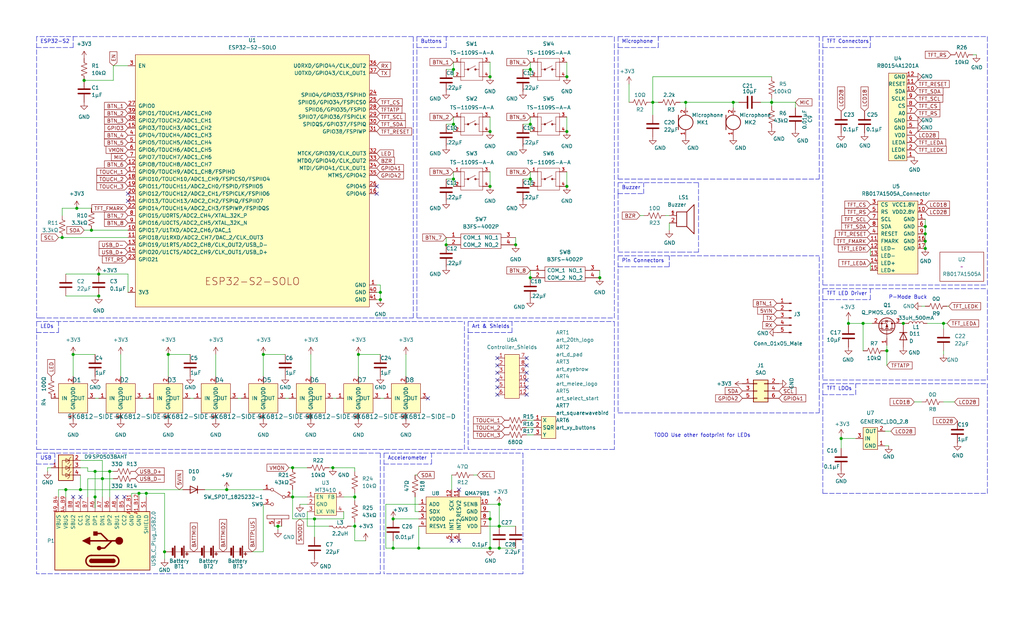
<source format=kicad_sch>
(kicad_sch (version 20211123) (generator eeschema)
  (paper "USLegal")
  (junction (at 184.15 43.18))
  (junction (at 109.22 180.34))
  (junction (at 50.8 171.45))
  (junction (at 184.15 62.23))
  (junction (at 58.42 123.19))
  (junction (at 101.6 162.56))
  (junction (at 136.525 190.5))
  (junction (at 22.86 170.18))
  (junction (at 170.18 64.77))
  (junction (at 313.69 112.395))
  (junction (at 238.125 35.56))
  (junction (at 294.64 112.395))
  (junction (at 124.46 123.19))
  (junction (at 91.44 123.19))
  (junction (at 26.67 72.39))
  (junction (at 196.85 64.77))
  (junction (at 33.02 172.72))
  (junction (at 292.1 152.4))
  (junction (at 35.56 166.37))
  (junction (at 33.02 163.83))
  (junction (at 179.07 85.09))
  (junction (at 173.355 182.88))
  (junction (at 132.08 104.14))
  (junction (at 170.18 26.67))
  (junction (at 145.415 190.5))
  (junction (at 196.85 45.72))
  (junction (at 101.6 172.72))
  (junction (at 184.15 24.13))
  (junction (at 173.355 190.5))
  (junction (at 327.66 112.395))
  (junction (at 321.31 86.36))
  (junction (at 57.15 191.77))
  (junction (at 154.94 85.09))
  (junction (at 170.18 180.34))
  (junction (at 78.74 170.18))
  (junction (at 196.85 26.67))
  (junction (at 254.635 35.56))
  (junction (at 29.21 27.94))
  (junction (at 157.48 43.18))
  (junction (at 34.29 102.87))
  (junction (at 267.97 35.56))
  (junction (at 307.975 121.92))
  (junction (at 157.48 62.23))
  (junction (at 173.355 175.26))
  (junction (at 21.59 82.55))
  (junction (at 157.48 24.13))
  (junction (at 321.31 81.28))
  (junction (at 115.57 162.56))
  (junction (at 96.52 182.88))
  (junction (at 226.695 35.56))
  (junction (at 136.525 180.34))
  (junction (at 184.15 96.52))
  (junction (at 25.4 123.19))
  (junction (at 34.29 95.25))
  (junction (at 123.19 182.88))
  (junction (at 170.18 45.72))
  (junction (at 299.72 112.395))
  (junction (at 38.1 163.83))
  (junction (at 48.26 171.45))
  (junction (at 170.18 190.5))
  (junction (at 31.75 80.01))
  (junction (at 123.19 172.72))
  (junction (at 321.31 83.82))
  (junction (at 27.94 170.18))
  (junction (at 208.28 96.52))
  (junction (at 321.31 78.74))
  (junction (at 132.08 101.6))
  (no_connect (at 159.385 187.96))
  (no_connect (at 172.72 137.16))
  (no_connect (at 182.88 134.62))
  (no_connect (at 182.88 137.16))
  (no_connect (at 182.88 124.46))
  (no_connect (at 182.88 132.08))
  (no_connect (at 182.88 127))
  (no_connect (at 182.88 129.54))
  (no_connect (at 172.72 124.46))
  (no_connect (at 172.72 134.62))
  (no_connect (at 172.72 129.54))
  (no_connect (at 172.72 127))
  (no_connect (at 172.72 132.08))
  (no_connect (at 159.385 170.18))
  (no_connect (at 148.59 138.43))
  (no_connect (at 43.18 172.72))
  (no_connect (at 40.64 172.72))
  (no_connect (at 27.94 172.72))
  (no_connect (at 25.4 172.72))
  (no_connect (at 156.845 187.96))
  (no_connect (at 44.45 67.31))
  (no_connect (at 44.45 69.85))
  (no_connect (at 130.81 67.31))
  (no_connect (at 130.81 64.77))
  (wire (pts (xy 308.61 154.94) (xy 307.34 154.94)))
  (polyline (pts (xy 133.35 157.48) (xy 181.61 157.48)))
  (wire (pts (xy 20.32 170.18) (xy 20.32 172.72)))
  (wire (pts (xy 22.86 170.18) (xy 27.94 170.18)))
  (wire (pts (xy 184.15 40.64) (xy 184.15 43.18)))
  (wire (pts (xy 292.1 152.4) (xy 292.1 151.765)))
  (wire (pts (xy 182.88 151.13) (xy 185.42 151.13)))
  (wire (pts (xy 30.48 163.83) (xy 33.02 163.83)))
  (wire (pts (xy 169.545 182.88) (xy 173.355 182.88)))
  (polyline (pts (xy 12.7 16.51) (xy 25.4 16.51)))
  (wire (pts (xy 231.14 74.93) (xy 232.41 74.93)))
  (wire (pts (xy 114.3 162.56) (xy 115.57 162.56)))
  (wire (pts (xy 29.21 80.01) (xy 31.75 80.01)))
  (wire (pts (xy 27.94 170.18) (xy 63.5 170.18)))
  (wire (pts (xy 173.355 190.5) (xy 179.07 190.5)))
  (wire (pts (xy 307.975 127) (xy 307.975 121.92)))
  (wire (pts (xy 182.88 148.59) (xy 185.42 148.59)))
  (polyline (pts (xy 177.8 115.57) (xy 177.8 111.76)))
  (wire (pts (xy 39.37 27.94) (xy 29.21 27.94)))
  (wire (pts (xy 34.29 95.25) (xy 44.45 95.25)))
  (wire (pts (xy 78.74 170.18) (xy 91.44 170.18)))
  (wire (pts (xy 45.72 172.72) (xy 45.72 171.45)))
  (wire (pts (xy 157.48 43.18) (xy 157.48 45.72)))
  (wire (pts (xy 22.86 170.18) (xy 22.86 172.72)))
  (polyline (pts (xy 154.94 16.51) (xy 154.94 12.7)))
  (wire (pts (xy 21.59 82.55) (xy 44.45 82.55)))
  (wire (pts (xy 145.415 182.88) (xy 145.415 190.5)))
  (wire (pts (xy 208.28 93.98) (xy 208.28 96.52)))
  (wire (pts (xy 101.6 170.18) (xy 101.6 172.72)))
  (polyline (pts (xy 133.35 161.29) (xy 149.86 161.29)))
  (wire (pts (xy 292.1 155.829) (xy 292.1 152.4)))
  (wire (pts (xy 101.6 172.72) (xy 106.68 172.72)))
  (wire (pts (xy 313.69 112.395) (xy 313.69 113.03)))
  (wire (pts (xy 91.44 123.19) (xy 91.44 130.81)))
  (polyline (pts (xy 181.61 157.48) (xy 181.61 199.39)))
  (wire (pts (xy 115.57 162.56) (xy 123.19 162.56)))
  (polyline (pts (xy 236.22 63.5) (xy 242.57 63.5)))
  (polyline (pts (xy 285.75 16.51) (xy 302.26 16.51)))
  (wire (pts (xy 133.985 190.5) (xy 136.525 190.5)))
  (wire (pts (xy 170.18 59.69) (xy 170.18 64.77)))
  (wire (pts (xy 140.97 123.19) (xy 140.97 130.81)))
  (polyline (pts (xy 132.08 157.48) (xy 132.08 199.39)))
  (polyline (pts (xy 13.97 110.49) (xy 143.51 110.49)))
  (wire (pts (xy 222.25 74.93) (xy 223.52 74.93)))
  (wire (pts (xy 232.41 77.47) (xy 232.41 80.01)))
  (wire (pts (xy 27.94 162.56) (xy 30.48 162.56)))
  (wire (pts (xy 66.04 138.43) (xy 67.31 138.43)))
  (wire (pts (xy 154.94 82.55) (xy 154.94 85.09)))
  (wire (pts (xy 170.18 21.59) (xy 170.18 26.67)))
  (wire (pts (xy 130.81 99.06) (xy 132.08 99.06)))
  (wire (pts (xy 157.48 21.59) (xy 157.48 24.13)))
  (wire (pts (xy 327.66 112.395) (xy 328.93 112.395)))
  (wire (pts (xy 170.18 180.34) (xy 170.18 190.5)))
  (wire (pts (xy 218.44 29.21) (xy 218.44 35.56)))
  (wire (pts (xy 181.61 24.13) (xy 184.15 24.13)))
  (wire (pts (xy 136.525 180.34) (xy 145.415 180.34)))
  (wire (pts (xy 58.42 123.19) (xy 66.04 123.19)))
  (wire (pts (xy 321.31 81.28) (xy 321.31 83.82)))
  (polyline (pts (xy 285.75 100.33) (xy 285.75 132.08)))
  (wire (pts (xy 16.51 163.83) (xy 16.51 162.56)))
  (polyline (pts (xy 214.63 88.9) (xy 214.63 143.51)))
  (wire (pts (xy 49.53 138.43) (xy 50.8 138.43)))
  (wire (pts (xy 50.8 171.45) (xy 50.8 172.72)))
  (wire (pts (xy 123.19 172.72) (xy 123.19 173.99)))
  (wire (pts (xy 226.695 35.56) (xy 226.06 35.56)))
  (wire (pts (xy 115.57 138.43) (xy 116.84 138.43)))
  (wire (pts (xy 101.6 172.72) (xy 101.6 180.34)))
  (wire (pts (xy 169.545 177.8) (xy 170.18 177.8)))
  (wire (pts (xy 33.02 172.72) (xy 33.02 176.53)))
  (wire (pts (xy 57.15 191.77) (xy 57.15 194.31)))
  (wire (pts (xy 182.88 146.05) (xy 185.42 146.05)))
  (wire (pts (xy 302.26 86.36) (xy 302.26 88.9)))
  (wire (pts (xy 91.44 123.19) (xy 99.06 123.19)))
  (wire (pts (xy 157.48 62.23) (xy 157.48 64.77)))
  (wire (pts (xy 22.86 95.25) (xy 34.29 95.25)))
  (polyline (pts (xy 25.4 16.51) (xy 25.4 12.7)))
  (wire (pts (xy 264.16 35.56) (xy 267.97 35.56)))
  (wire (pts (xy 181.61 62.23) (xy 184.15 62.23)))
  (wire (pts (xy 173.355 182.88) (xy 179.07 182.88)))
  (wire (pts (xy 30.48 172.72) (xy 30.48 166.37)))
  (polyline (pts (xy 302.26 104.14) (xy 302.26 100.33)))
  (wire (pts (xy 123.19 171.45) (xy 123.19 172.72)))
  (wire (pts (xy 173.355 175.26) (xy 173.355 182.88)))
  (wire (pts (xy 317.5 139.7) (xy 320.04 139.7)))
  (polyline (pts (xy 285.75 12.7) (xy 285.75 99.06)))
  (wire (pts (xy 154.94 43.18) (xy 157.48 43.18)))
  (wire (pts (xy 254.635 35.56) (xy 256.54 35.56)))
  (wire (pts (xy 226.695 35.56) (xy 228.6 35.56)))
  (wire (pts (xy 169.545 180.34) (xy 170.18 180.34)))
  (wire (pts (xy 170.18 190.5) (xy 173.355 190.5)))
  (polyline (pts (xy 285.75 12.7) (xy 342.9 12.7)))
  (wire (pts (xy 236.22 35.56) (xy 238.125 35.56)))
  (polyline (pts (xy 285.75 104.14) (xy 302.26 104.14)))
  (wire (pts (xy 44.45 101.6) (xy 44.45 95.25)))
  (wire (pts (xy 294.64 112.395) (xy 299.72 112.395)))
  (wire (pts (xy 339.09 19.05) (xy 337.82 19.05)))
  (polyline (pts (xy 20.32 115.57) (xy 20.32 111.76)))
  (wire (pts (xy 124.46 123.19) (xy 132.08 123.19)))
  (polyline (pts (xy 285.75 137.16) (xy 297.18 137.16)))
  (polyline (pts (xy 242.57 63.5) (xy 242.57 87.63)))
  (wire (pts (xy 106.68 182.88) (xy 114.3 182.88)))
  (polyline (pts (xy 144.78 16.51) (xy 154.94 16.51)))
  (polyline (pts (xy 213.36 111.76) (xy 213.36 156.21)))
  (wire (pts (xy 58.42 123.19) (xy 58.42 130.81)))
  (wire (pts (xy 106.68 177.8) (xy 106.68 182.88)))
  (wire (pts (xy 313.69 112.395) (xy 314.325 112.395)))
  (wire (pts (xy 238.125 35.56) (xy 238.125 37.465)))
  (wire (pts (xy 71.12 170.18) (xy 78.74 170.18)))
  (wire (pts (xy 144.145 172.72) (xy 144.145 177.8)))
  (polyline (pts (xy 285.75 133.35) (xy 285.75 171.45)))
  (wire (pts (xy 33.02 163.83) (xy 33.02 172.72)))
  (wire (pts (xy 196.85 40.64) (xy 196.85 45.72)))
  (wire (pts (xy 123.19 162.56) (xy 123.19 163.83)))
  (wire (pts (xy 154.94 24.13) (xy 157.48 24.13)))
  (polyline (pts (xy 285.75 100.33) (xy 342.9 100.33)))
  (polyline (pts (xy 133.35 157.48) (xy 133.35 199.39)))
  (wire (pts (xy 226.695 26.67) (xy 267.97 26.67)))
  (polyline (pts (xy 232.41 92.71) (xy 232.41 88.9)))
  (polyline (pts (xy 12.7 157.48) (xy 125.73 157.48)))
  (polyline (pts (xy 144.78 12.7) (xy 213.36 12.7)))
  (wire (pts (xy 107.95 123.19) (xy 107.95 130.81)))
  (wire (pts (xy 299.72 112.395) (xy 299.72 121.92)))
  (wire (pts (xy 74.93 123.19) (xy 74.93 130.81)))
  (wire (pts (xy 157.48 59.69) (xy 157.48 62.23)))
  (wire (pts (xy 238.125 35.56) (xy 254.635 35.56)))
  (wire (pts (xy 45.72 171.45) (xy 48.26 171.45)))
  (wire (pts (xy 327.66 139.7) (xy 331.47 139.7)))
  (wire (pts (xy 109.22 180.34) (xy 119.38 180.34)))
  (wire (pts (xy 184.15 59.69) (xy 184.15 62.23)))
  (polyline (pts (xy 342.9 171.45) (xy 342.9 133.35)))
  (wire (pts (xy 82.55 138.43) (xy 83.82 138.43)))
  (wire (pts (xy 119.38 180.34) (xy 119.38 177.8)))
  (wire (pts (xy 157.48 24.13) (xy 157.48 26.67)))
  (polyline (pts (xy 12.7 115.57) (xy 20.32 115.57)))
  (wire (pts (xy 20.32 170.18) (xy 22.86 170.18)))
  (wire (pts (xy 321.31 83.82) (xy 321.31 86.36)))
  (wire (pts (xy 226.695 40.005) (xy 226.695 35.56)))
  (polyline (pts (xy 284.48 62.23) (xy 284.48 12.7)))
  (polyline (pts (xy 143.51 110.49) (xy 143.51 12.7)))
  (wire (pts (xy 38.1 163.83) (xy 38.1 172.72)))
  (polyline (pts (xy 12.7 111.76) (xy 161.29 111.76)))
  (wire (pts (xy 165.735 165.1) (xy 164.465 165.1)))
  (polyline (pts (xy 12.7 12.7) (xy 12.7 110.49)))
  (wire (pts (xy 20.32 82.55) (xy 21.59 82.55)))
  (wire (pts (xy 327.66 114.3) (xy 327.66 112.395)))
  (wire (pts (xy 123.19 187.96) (xy 127 187.96)))
  (wire (pts (xy 302.26 91.44) (xy 302.26 93.98)))
  (wire (pts (xy 169.545 175.26) (xy 173.355 175.26)))
  (wire (pts (xy 320.04 106.426) (xy 321.31 106.426)))
  (polyline (pts (xy 144.78 110.49) (xy 213.36 110.49)))
  (wire (pts (xy 30.48 166.37) (xy 35.56 166.37)))
  (wire (pts (xy 35.56 166.37) (xy 39.37 166.37)))
  (wire (pts (xy 25.4 123.19) (xy 25.4 130.81)))
  (polyline (pts (xy 285.75 133.35) (xy 342.9 133.35)))
  (polyline (pts (xy 132.08 199.39) (xy 125.73 199.39)))
  (wire (pts (xy 41.91 123.19) (xy 41.91 130.81)))
  (polyline (pts (xy 19.05 161.29) (xy 19.05 157.48)))
  (wire (pts (xy 196.85 21.59) (xy 196.85 26.67)))
  (wire (pts (xy 321.945 112.395) (xy 327.66 112.395)))
  (wire (pts (xy 124.46 123.19) (xy 124.46 130.81)))
  (wire (pts (xy 154.94 62.23) (xy 157.48 62.23)))
  (polyline (pts (xy 285.75 132.08) (xy 342.9 132.08)))
  (wire (pts (xy 123.19 182.88) (xy 123.19 187.96)))
  (wire (pts (xy 21.59 72.39) (xy 26.67 72.39)))
  (wire (pts (xy 101.6 180.34) (xy 109.22 180.34)))
  (wire (pts (xy 145.415 175.26) (xy 133.985 175.26)))
  (polyline (pts (xy 214.63 92.71) (xy 232.41 92.71)))
  (wire (pts (xy 96.52 182.88) (xy 97.79 182.88)))
  (wire (pts (xy 321.31 76.2) (xy 321.31 78.74)))
  (wire (pts (xy 48.26 171.45) (xy 50.8 171.45)))
  (polyline (pts (xy 242.57 87.63) (xy 236.22 87.63)))
  (wire (pts (xy 33.02 163.83) (xy 38.1 163.83)))
  (polyline (pts (xy 125.73 199.39) (xy 12.7 199.39)))
  (polyline (pts (xy 162.56 111.76) (xy 213.36 111.76)))
  (wire (pts (xy 39.37 22.86) (xy 44.45 22.86)))
  (wire (pts (xy 307.34 149.86) (xy 309.372 149.86)))
  (wire (pts (xy 101.6 162.56) (xy 106.68 162.56)))
  (polyline (pts (xy 214.63 63.5) (xy 236.22 63.5)))
  (wire (pts (xy 95.25 182.88) (xy 96.52 182.88)))
  (wire (pts (xy 145.415 190.5) (xy 170.18 190.5)))
  (wire (pts (xy 35.56 166.37) (xy 35.56 172.72)))
  (wire (pts (xy 181.61 43.18) (xy 184.15 43.18)))
  (wire (pts (xy 57.15 171.45) (xy 57.15 191.77)))
  (polyline (pts (xy 214.63 62.23) (xy 284.48 62.23)))
  (wire (pts (xy 294.64 112.395) (xy 294.64 113.03)))
  (wire (pts (xy 307.975 121.92) (xy 307.975 120.015)))
  (wire (pts (xy 156.845 165.1) (xy 156.845 170.18)))
  (wire (pts (xy 22.86 102.87) (xy 34.29 102.87)))
  (wire (pts (xy 294.64 111.125) (xy 294.64 112.395)))
  (wire (pts (xy 254.635 35.56) (xy 254.635 37.465)))
  (polyline (pts (xy 12.7 111.76) (xy 12.7 156.21)))
  (polyline (pts (xy 181.61 199.39) (xy 133.35 199.39)))
  (wire (pts (xy 130.81 101.6) (xy 132.08 101.6)))
  (polyline (pts (xy 342.9 99.06) (xy 342.9 12.7)))
  (polyline (pts (xy 214.63 67.31) (xy 214.63 63.5)))
  (wire (pts (xy 133.985 175.26) (xy 133.985 190.5)))
  (wire (pts (xy 99.06 138.43) (xy 100.33 138.43)))
  (wire (pts (xy 184.15 93.98) (xy 184.15 96.52)))
  (polyline (pts (xy 228.6 16.51) (xy 228.6 12.7)))
  (wire (pts (xy 119.38 172.72) (xy 123.19 172.72)))
  (wire (pts (xy 109.22 180.34) (xy 109.22 186.69)))
  (wire (pts (xy 35.56 160.02) (xy 35.56 166.37)))
  (wire (pts (xy 184.15 62.23) (xy 184.15 64.77)))
  (polyline (pts (xy 214.63 16.51) (xy 228.6 16.51)))
  (polyline (pts (xy 144.78 12.7) (xy 144.78 110.49)))
  (polyline (pts (xy 162.56 115.57) (xy 177.8 115.57)))
  (wire (pts (xy 38.1 163.83) (xy 39.37 163.83)))
  (wire (pts (xy 50.8 171.45) (xy 57.15 171.45)))
  (polyline (pts (xy 214.63 67.31) (xy 214.63 87.63)))
  (polyline (pts (xy 214.63 88.9) (xy 284.48 88.9)))
  (polyline (pts (xy 213.36 110.49) (xy 213.36 12.7)))
  (wire (pts (xy 184.15 24.13) (xy 184.15 26.67)))
  (wire (pts (xy 136.525 190.5) (xy 145.415 190.5)))
  (polyline (pts (xy 12.7 157.48) (xy 12.7 199.39)))
  (polyline (pts (xy 12.7 110.49) (xy 13.97 110.49)))
  (polyline (pts (xy 223.52 67.31) (xy 223.52 63.5)))
  (wire (pts (xy 91.44 191.77) (xy 87.63 191.77)))
  (wire (pts (xy 123.19 181.61) (xy 123.19 182.88)))
  (wire (pts (xy 144.145 177.8) (xy 145.415 177.8)))
  (wire (pts (xy 132.08 138.43) (xy 133.35 138.43)))
  (wire (pts (xy 48.26 171.45) (xy 48.26 172.72)))
  (wire (pts (xy 39.37 22.86) (xy 39.37 27.94)))
  (wire (pts (xy 130.81 104.14) (xy 132.08 104.14)))
  (polyline (pts (xy 297.18 137.16) (xy 297.18 133.35)))
  (polyline (pts (xy 214.63 12.7) (xy 284.48 12.7)))
  (wire (pts (xy 307.34 121.92) (xy 307.975 121.92)))
  (wire (pts (xy 132.08 101.6) (xy 132.08 104.14)))
  (polyline (pts (xy 125.73 157.48) (xy 132.08 157.48)))
  (wire (pts (xy 184.15 21.59) (xy 184.15 24.13)))
  (polyline (pts (xy 149.86 161.29) (xy 149.86 157.48)))
  (wire (pts (xy 27.94 165.1) (xy 27.94 170.18)))
  (wire (pts (xy 31.75 80.01) (xy 44.45 80.01)))
  (wire (pts (xy 184.15 43.18) (xy 184.15 45.72)))
  (wire (pts (xy 267.97 35.56) (xy 276.225 35.56)))
  (wire (pts (xy 292.1 152.4) (xy 297.18 152.4)))
  (wire (pts (xy 313.055 112.395) (xy 313.69 112.395)))
  (wire (pts (xy 226.695 35.56) (xy 226.695 26.67)))
  (polyline (pts (xy 12.7 161.29) (xy 19.05 161.29)))
  (polyline (pts (xy 213.36 156.21) (xy 162.56 156.21)))
  (wire (pts (xy 26.67 72.39) (xy 31.75 72.39)))
  (wire (pts (xy 327.66 121.92) (xy 327.66 123.19)))
  (polyline (pts (xy 161.29 156.21) (xy 161.29 111.76)))
  (wire (pts (xy 267.97 34.29) (xy 267.97 35.56)))
  (wire (pts (xy 179.07 82.55) (xy 179.07 85.09)))
  (wire (pts (xy 35.56 160.02) (xy 27.94 160.02)))
  (wire (pts (xy 91.44 175.26) (xy 91.44 191.77)))
  (wire (pts (xy 104.14 175.26) (xy 106.68 175.26)))
  (polyline (pts (xy 214.63 143.51) (xy 284.48 143.51)))
  (polyline (pts (xy 214.63 67.31) (xy 223.52 67.31)))
  (wire (pts (xy 196.85 59.69) (xy 196.85 64.77)))
  (wire (pts (xy 21.59 74.93) (xy 21.59 72.39)))
  (wire (pts (xy 328.93 106.426) (xy 329.438 106.426)))
  (wire (pts (xy 321.31 78.74) (xy 321.31 81.28)))
  (wire (pts (xy 157.48 40.64) (xy 157.48 43.18)))
  (wire (pts (xy 121.92 182.88) (xy 123.19 182.88)))
  (wire (pts (xy 170.18 40.64) (xy 170.18 45.72)))
  (wire (pts (xy 33.02 138.43) (xy 34.29 138.43)))
  (wire (pts (xy 96.52 182.88) (xy 96.52 184.15)))
  (polyline (pts (xy 302.26 16.51) (xy 302.26 12.7)))
  (polyline (pts (xy 214.63 87.63) (xy 236.22 87.63)))
  (polyline (pts (xy 285.75 99.06) (xy 342.9 99.06)))
  (wire (pts (xy 299.72 112.395) (xy 302.895 112.395)))
  (wire (pts (xy 30.48 162.56) (xy 30.48 163.83)))
  (wire (pts (xy 132.08 99.06) (xy 132.08 101.6)))
  (wire (pts (xy 16.51 162.56) (xy 17.78 162.56)))
  (wire (pts (xy 276.225 35.56) (xy 276.225 37.465)))
  (wire (pts (xy 170.18 177.8) (xy 170.18 180.34)))
  (polyline (pts (xy 214.63 12.7) (xy 214.63 62.23)))
  (polyline (pts (xy 143.51 12.7) (xy 12.7 12.7)))
  (wire (pts (xy 100.33 162.56) (xy 101.6 162.56)))
  (wire (pts (xy 144.145 165.1) (xy 144.78 165.1)))
  (polyline (pts (xy 12.7 156.21) (xy 161.29 156.21)))
  (polyline (pts (xy 284.48 143.51) (xy 284.48 88.9)))
  (polyline (pts (xy 342.9 132.08) (xy 342.9 100.33)))
  (wire (pts (xy 267.97 35.56) (xy 267.97 36.83)))
  (polyline (pts (xy 162.56 111.76) (xy 162.56 156.21)))
  (wire (pts (xy 25.4 123.19) (xy 33.02 123.19)))
  (polyline (pts (xy 285.75 171.45) (xy 342.9 171.45)))
  (wire (pts (xy 136.525 187.96) (xy 136.525 190.5)))
  (text "Pin Connectors" (at 215.9 91.44 0) (effects (font (size 1.27 1.27)) (justify left bottom)))
  (text "TFT LDOs" (at 287.02 135.89 0) (effects (font (size 1.27 1.27)) (justify left bottom)))
  (text "P-Mode Buck" (at 308.61 104.14 0) (effects (font (size 1.27 1.27)) (justify left bottom)))
  (text "Art & Shields" (at 163.83 114.3 0) (effects (font (size 1.27 1.27)) (justify left bottom)))
  (text "Buttons" (at 146.05 15.24 0) (effects (font (size 1.27 1.27)) (justify left bottom)))
  (text "ESP32-S2" (at 13.97 15.24 0) (effects (font (size 1.27 1.27)) (justify left bottom)))
  (text "Microphone" (at 215.9 15.24 0) (effects (font (size 1.27 1.27)) (justify left bottom)))
  (text "LEDs" (at 13.97 114.3 0) (effects (font (size 1.27 1.27)) (justify left bottom)))
  (text "TODO Use other footprint for LEDs" (at 227.076 152.146 0) (effects (font (size 1.27 1.27)) (justify left bottom)))
  (text "Accelerometer" (at 134.62 160.02 0) (effects (font (size 1.27 1.27)) (justify left bottom)))
  (text "TFT LED Driver" (at 287.02 102.87 0) (effects (font (size 1.27 1.27)) (justify left bottom)))
  (text "TFT Connectors" (at 287.02 15.24 0) (effects (font (size 1.27 1.27)) (justify left bottom)))
  (text "USB" (at 13.97 160.02 0) (effects (font (size 1.27 1.27)) (justify left bottom)))
  (text "Buzzer" (at 215.9 66.04 0) (effects (font (size 1.27 1.27)) (justify left bottom)))
  (global_label "TFT_LEDA" (shape input) (at 317.5 49.53 0) (property "Intersheet References" "${INTERSHEET_REFS}" (effects hide)))
  (global_label "SCL" (shape input) (at 270.51 135.89 0) (property "Intersheet References" "${INTERSHEET_REFS}" (effects hide)))
  (global_label "TFT_RS" (shape input) (at 44.45 90.17 180) (property "Intersheet References" "${INTERSHEET_REFS}" (effects hide)))
  (global_label "TFT_LEDA" (shape input) (at 302.26 91.44 180) (property "Intersheet References" "${INTERSHEET_REFS}" (effects hide)))
  (global_label "BTN_2" (shape input) (at 44.45 39.37 180) (property "Intersheet References" "${INTERSHEET_REFS}" (effects hide)))
  (global_label "SCL" (shape input) (at 20.32 82.55 180) (property "Intersheet References" "${INTERSHEET_REFS}" (effects hide)))
  (global_label "TFT_RS" (shape input) (at 317.5 39.37 0) (property "Intersheet References" "${INTERSHEET_REFS}" (effects hide)))
  (global_label "BTN_8" (shape input) (at 184.15 93.98 180) (property "Intersheet References" "${INTERSHEET_REFS}" (effects hide)))
  (global_label "TFT_SCL" (shape input) (at 302.26 76.2 180) (property "Intersheet References" "${INTERSHEET_REFS}" (effects hide)))
  (global_label "TOUCH_3" (shape input) (at 44.45 64.77 180) (property "Intersheet References" "${INTERSHEET_REFS}" (effects hide)))
  (global_label "TFT_SDA" (shape input) (at 302.26 78.74 180) (property "Intersheet References" "${INTERSHEET_REFS}" (effects hide)))
  (global_label "USB_D-" (shape input) (at 46.99 166.37 0) (property "Intersheet References" "${INTERSHEET_REFS}" (effects hide)))
  (global_label "BTN_6" (shape input) (at 44.45 57.15 180) (property "Intersheet References" "${INTERSHEET_REFS}" (effects hide)))
  (global_label "SDA" (shape input) (at 29.21 80.01 180) (property "Intersheet References" "${INTERSHEET_REFS}" (effects hide)))
  (global_label "TFTATP" (shape input) (at 307.975 127 0) (property "Intersheet References" "${INTERSHEET_REFS}" (effects hide)))
  (global_label "TFT_LEDK" (shape input) (at 317.5 52.07 0) (property "Intersheet References" "${INTERSHEET_REFS}" (effects hide)))
  (global_label "TFT_FMARK" (shape input) (at 302.26 83.82 180) (property "Intersheet References" "${INTERSHEET_REFS}" (effects hide)))
  (global_label "TOUCH_2" (shape input) (at 44.45 62.23 180) (property "Intersheet References" "${INTERSHEET_REFS}" (effects hide)))
  (global_label "LCD28" (shape input) (at 292.1 38.608 90) (property "Intersheet References" "${INTERSHEET_REFS}" (effects hide)))
  (global_label "TFT_SDA" (shape input) (at 130.81 43.18 0) (property "Intersheet References" "${INTERSHEET_REFS}" (effects hide)))
  (global_label "TFT_SCL" (shape input) (at 317.5 34.29 0) (property "Intersheet References" "${INTERSHEET_REFS}" (effects hide)))
  (global_label "BATTMID" (shape input) (at 67.31 191.77 90) (property "Intersheet References" "${INTERSHEET_REFS}" (effects hide)))
  (global_label "BTN_5" (shape input) (at 184.15 40.64 180) (property "Intersheet References" "${INTERSHEET_REFS}" (effects hide)))
  (global_label "SDA" (shape input) (at 144.78 165.1 0) (property "Intersheet References" "${INTERSHEET_REFS}" (effects hide)))
  (global_label "LED" (shape input) (at 17.78 130.81 90) (property "Intersheet References" "${INTERSHEET_REFS}" (effects hide)))
  (global_label "BTN_2" (shape input) (at 157.48 40.64 180) (property "Intersheet References" "${INTERSHEET_REFS}" (effects hide)))
  (global_label "BTN_7" (shape input) (at 44.45 74.93 180) (property "Intersheet References" "${INTERSHEET_REFS}" (effects hide)))
  (global_label "LCD18" (shape input) (at 317.5 139.7 180) (property "Intersheet References" "${INTERSHEET_REFS}" (effects hide)))
  (global_label "BTN_1" (shape input) (at 157.48 21.59 180) (property "Intersheet References" "${INTERSHEET_REFS}" (effects hide)))
  (global_label "TOUCH_1" (shape input) (at 175.26 146.05 180) (property "Intersheet References" "${INTERSHEET_REFS}" (effects hide)))
  (global_label "TFT_LEDA" (shape input) (at 328.93 112.395 0) (property "Intersheet References" "${INTERSHEET_REFS}" (effects hide)))
  (global_label "TFT_LEDK" (shape input) (at 302.26 86.36 180) (property "Intersheet References" "${INTERSHEET_REFS}" (effects hide)))
  (global_label "LCD28" (shape input) (at 317.5 46.99 0) (property "Intersheet References" "${INTERSHEET_REFS}" (effects hide)))
  (global_label "EN" (shape input) (at 39.37 22.86 90) (property "Intersheet References" "${INTERSHEET_REFS}" (effects hide)))
  (global_label "LCD28" (shape input) (at 321.31 73.66 0) (property "Intersheet References" "${INTERSHEET_REFS}" (effects hide)))
  (global_label "TFT_RS" (shape input) (at 330.2 19.05 180) (property "Intersheet References" "${INTERSHEET_REFS}" (effects hide)))
  (global_label "TX" (shape input) (at 130.81 25.4 0) (property "Intersheet References" "${INTERSHEET_REFS}" (effects hide)))
  (global_label "TFT_LEDK" (shape input) (at 329.438 106.426 0) (property "Intersheet References" "${INTERSHEET_REFS}" (effects hide)))
  (global_label "GPIO3" (shape input) (at 44.45 44.45 180) (property "Intersheet References" "${INTERSHEET_REFS}" (effects hide)))
  (global_label "BATTPLUS" (shape input) (at 87.63 191.77 90) (property "Intersheet References" "${INTERSHEET_REFS}" (effects hide)))
  (global_label "GPIO41" (shape input) (at 130.81 58.42 0) (property "Intersheet References" "${INTERSHEET_REFS}" (effects hide)))
  (global_label "GPIO42" (shape input) (at 130.81 60.96 0) (property "Intersheet References" "${INTERSHEET_REFS}" (effects hide)))
  (global_label "TOUCH_3" (shape input) (at 175.26 151.13 180) (property "Intersheet References" "${INTERSHEET_REFS}" (effects hide)))
  (global_label "TFT_CS" (shape input) (at 130.81 35.56 0) (property "Intersheet References" "${INTERSHEET_REFS}" (effects hide)))
  (global_label "MIC" (shape input) (at 44.45 54.61 180) (property "Intersheet References" "${INTERSHEET_REFS}" (effects hide)))
  (global_label "5VIN" (shape input) (at 269.748 107.95 180) (property "Intersheet References" "${INTERSHEET_REFS}" (effects hide)))
  (global_label "LCD28" (shape input) (at 309.372 149.86 0) (property "Intersheet References" "${INTERSHEET_REFS}" (effects hide)))
  (global_label "TFT_SDA" (shape input) (at 317.5 31.75 0) (property "Intersheet References" "${INTERSHEET_REFS}" (effects hide)))
  (global_label "TX" (shape input) (at 269.748 110.49 180) (property "Intersheet References" "${INTERSHEET_REFS}" (effects hide)))
  (global_label "TOUCH_1" (shape input) (at 44.45 59.69 180) (property "Intersheet References" "${INTERSHEET_REFS}" (effects hide)))
  (global_label "GPIO42" (shape input) (at 257.81 138.43 180) (property "Intersheet References" "${INTERSHEET_REFS}" (effects hide)))
  (global_label "BTN_4" (shape input) (at 184.15 21.59 180) (property "Intersheet References" "${INTERSHEET_REFS}" (effects hide)))
  (global_label "TFTATP" (shape input) (at 130.81 38.1 0) (property "Intersheet References" "${INTERSHEET_REFS}" (effects hide)))
  (global_label "TFT_SCL" (shape input) (at 130.81 40.64 0) (property "Intersheet References" "${INTERSHEET_REFS}" (effects hide)))
  (global_label "GPIO41" (shape input) (at 270.51 138.43 0) (property "Intersheet References" "${INTERSHEET_REFS}" (effects hide)))
  (global_label "RX" (shape input) (at 269.748 113.03 180) (property "Intersheet References" "${INTERSHEET_REFS}" (effects hide)))
  (global_label "SCL" (shape input) (at 165.735 165.1 0) (property "Intersheet References" "${INTERSHEET_REFS}" (effects hide)))
  (global_label "TFT_RS" (shape input) (at 302.26 73.66 180) (property "Intersheet References" "${INTERSHEET_REFS}" (effects hide)))
  (global_label "RX" (shape input) (at 130.81 22.86 0) (property "Intersheet References" "${INTERSHEET_REFS}" (effects hide)))
  (global_label "LED" (shape input) (at 130.81 53.34 0) (property "Intersheet References" "${INTERSHEET_REFS}" (effects hide)))
  (global_label "BTN_4" (shape input) (at 44.45 46.99 180) (property "Intersheet References" "${INTERSHEET_REFS}" (effects hide)))
  (global_label "LCD28" (shape input) (at 332.486 146.304 180) (property "Intersheet References" "${INTERSHEET_REFS}" (effects hide)))
  (global_label "BTN_5" (shape input) (at 44.45 49.53 180) (property "Intersheet References" "${INTERSHEET_REFS}" (effects hide)))
  (global_label "USB_D+" (shape input) (at 46.99 163.83 0) (property "Intersheet References" "${INTERSHEET_REFS}" (effects hide)))
  (global_label "USB_D+" (shape input) (at 44.45 87.63 180) (property "Intersheet References" "${INTERSHEET_REFS}" (effects hide)))
  (global_label "BTN_3" (shape input) (at 44.45 41.91 180) (property "Intersheet References" "${INTERSHEET_REFS}" (effects hide)))
  (global_label "USB_D-" (shape input) (at 44.45 85.09 180) (property "Intersheet References" "${INTERSHEET_REFS}" (effects hide)))
  (global_label "TFT_RESET" (shape input) (at 317.5 29.21 0) (property "Intersheet References" "${INTERSHEET_REFS}" (effects hide)))
  (global_label "BZR" (shape input) (at 130.81 55.88 0) (property "Intersheet References" "${INTERSHEET_REFS}" (effects hide)))
  (global_label "BTN_6" (shape input) (at 184.15 59.69 180) (property "Intersheet References" "${INTERSHEET_REFS}" (effects hide)))
  (global_label "5VIN" (shape input) (at 62.23 170.18 90) (property "Intersheet References" "${INTERSHEET_REFS}" (effects hide)))
  (global_label "BZR" (shape input) (at 222.25 74.93 180) (property "Intersheet References" "${INTERSHEET_REFS}" (effects hide)))
  (global_label "SNODE" (shape input) (at 104.14 180.34 270) (property "Intersheet References" "${INTERSHEET_REFS}" (effects hide)))
  (global_label "BTN_8" (shape input) (at 44.45 77.47 180) (property "Intersheet References" "${INTERSHEET_REFS}" (effects hide)))
  (global_label "BTN_1" (shape input) (at 44.45 36.83 180) (property "Intersheet References" "${INTERSHEET_REFS}" (effects hide)))
  (global_label "LCD18" (shape input) (at 300.228 38.608 90) (property "Intersheet References" "${INTERSHEET_REFS}" (effects hide)))
  (global_label "SDA" (shape input) (at 257.81 135.89 180) (property "Intersheet References" "${INTERSHEET_REFS}" (effects hide)))
  (global_label "TFT_CS" (shape input) (at 302.26 71.12 180) (property "Intersheet References" "${INTERSHEET_REFS}" (effects hide)))
  (global_label "TFT_FMARK" (shape input) (at 44.45 72.39 180) (property "Intersheet References" "${INTERSHEET_REFS}" (effects hide)))
  (global_label "TOUCH_2" (shape input) (at 175.26 148.59 180) (property "Intersheet References" "${INTERSHEET_REFS}" (effects hide)))
  (global_label "TFT_CS" (shape input) (at 317.5 36.83 0) (property "Intersheet References" "${INTERSHEET_REFS}" (effects hide)))
  (global_label "TFT_RESET" (shape input) (at 130.81 45.72 0) (property "Intersheet References" "${INTERSHEET_REFS}" (effects hide)))
  (global_label "VMON" (shape input) (at 100.33 162.56 180) (property "Intersheet References" "${INTERSHEET_REFS}" (effects hide)))
  (global_label "VMON" (shape input) (at 44.45 52.07 180) (property "Intersheet References" "${INTERSHEET_REFS}" (effects hide)))
  (global_label "MIC" (shape input) (at 276.225 35.56 0) (property "Intersheet References" "${INTERSHEET_REFS}" (effects hide)))
  (global_label "BTN_3" (shape input) (at 157.48 59.69 180) (property "Intersheet References" "${INTERSHEET_REFS}" (effects hide)))
  (global_label "TFT_RESET" (shape input) (at 302.26 81.28 180) (property "Intersheet References" "${INTERSHEET_REFS}" (effects hide)))
  (global_label "BTN_1" (shape input) (at 269.748 105.41 180) (property "Intersheet References" "${INTERSHEET_REFS}" (effects hide)))
  (global_label "LCD18" (shape input) (at 321.31 71.12 0) (property "Intersheet References" "${INTERSHEET_REFS}" (effects hide)))
  (global_label "BTN_7" (shape input) (at 154.94 82.55 180) (property "Intersheet References" "${INTERSHEET_REFS}" (effects hide)))
  (global_label "LCD28" (shape input) (at 331.47 139.7 0) (property "Intersheet References" "${INTERSHEET_REFS}" (effects hide)))
  (global_label "BATTMID2" (shape input) (at 77.47 191.77 90) (property "Intersheet References" "${INTERSHEET_REFS}" (effects hide)))
  (symbol (lib_id "Swadge_Parts:R_US") (at 21.59 78.74 180) (unit 1)
    (property "Reference" "R11" (at 20.32 77.47 0) (effects (justify left)))
    (property "Value" "3.3kΩ" (at 20.32 80.01 0) (effects (justify left)))
    (property "Footprint" "Swadge_Parts:R_0603_1608Metric" (effects hide))
    (property "Cost100" "10" (effects hide))
    (property "Substitutable" "Y" (effects hide))
    (property "LCSC" "C72816" (effects hide))
  )
  (symbol (lib_id "Swadge_Parts:+3.3V") (at 124.46 123.19 0) (unit 1)
    (property "Reference" "#PWR044" (effects hide))
    (property "Value" "+3.3V" (at 124.46 118.11 0))
  )
  (symbol (lib_id "Swadge_Parts:+3.3V") (at 34.29 95.25 0) (unit 1)
    (property "Reference" "#PWR0106" (effects hide))
    (property "Value" "+3.3V" (at 38.1 93.98 0))
  )
  (symbol (lib_id "Swadge_Parts:+3.3V") (at 127 187.96 0) (unit 1)
    (property "Reference" "#PWR033" (effects hide))
    (property "Value" "+3.3V" (at 127 182.88 0))
  )
  (symbol (lib_id "Swadge_Parts:GND") (at 196.85 45.72 0) (unit 1)
    (property "Reference" "#PWR05" (effects hide))
    (property "Value" "GND" (at 196.85 50.8 0))
  )
  (symbol (lib_id "Swadge_Parts:+5V") (at 78.74 170.18 0) (unit 1)
    (property "Reference" "#PWR0107" (effects hide))
    (property "Value" "+5V" (at 78.74 165.1 0))
  )
  (symbol (lib_name "TS-1109S-A-A_3") (lib_id "Swadge_Parts:TS-1109S-A-A") (at 190.5 43.18 0) (unit 1)
    (property "Reference" "SW5" (at 190.5 34.29 0))
    (property "Value" "TS-1109S-A-A" (at 182.88 38.1 0) (effects (justify left bottom)))
    (property "Footprint" "Swadge_Parts:SW_4-1437565-2" (effects hide))
    (property "Datasheet" "https://datasheet.lcsc.com/lcsc/2110111130_XKB-Connectivity-TS-1109S-A-A_C692466.pdf" (effects hide))
    (property "Digikey" "2223-TS04-66-65-BK-100-SMT-ND" (effects hide))
    (property "Cost100" "1" (effects hide))
    (property "Substitutable" "Y" (effects hide))
    (property "Notes" "Use low operating force (100gf) SMT box tactile buttons" (effects hide))
    (property "LCSC" "C692466" (effects hide))
  )
  (symbol (lib_id "Swadge_Parts:R_US") (at 179.07 146.05 270) (unit 1)
    (property "Reference" "R15" (at 185.42 144.78 90) (effects (justify right)))
    (property "Value" "680Ω" (at 181.61 153.67 90) (effects (justify right)))
    (property "Footprint" "Swadge_Parts:R_0603_1608Metric" (effects hide))
    (property "Cost100" "10" (effects hide))
    (property "Substitutable" "Y" (effects hide))
    (property "LCSC" "C23228" (effects hide))
  )
  (symbol (lib_id "Swadge_Parts:Q_PMOS_GSD") (at 307.975 114.935 270) (mirror x) (unit 1)
    (property "Reference" "Q1" (at 306.705 106.045 90) (effects (justify left)))
    (property "Value" "Q_PMOS_GSD" (at 299.085 108.585 90) (effects (justify left)))
    (property "Footprint" "Swadge_Parts:SOT-23" (effects hide))
    (property "Datasheet" "https://datasheet.lcsc.com/lcsc/2104011233_ALLPOWER-ShenZhen-Quan-Li-Semiconductor-AP2301B_C2763847.pdf" (effects hide))
    (property "LCSC" "C2763847" (effects hide))
    (property "Cost100" "1.54" (effects hide))
    (property "Substitutable" "Y" (effects hide))
  )
  (symbol (lib_id "Swadge_Parts:GND") (at 320.04 106.426 270) (unit 1)
    (property "Reference" "#PWR050" (effects hide))
    (property "Value" "GND" (at 315.595 106.426 90))
  )
  (symbol (lib_id "Swadge_Parts:GND") (at 327.66 123.19 0) (unit 1)
    (property "Reference" "#PWR0110" (effects hide))
    (property "Value" "GND" (at 330.835 125.095 0))
  )
  (symbol (lib_id "Swadge_Parts:GND") (at 74.93 146.05 0) (unit 1)
    (property "Reference" "#PWR022" (effects hide))
    (property "Value" "GND" (at 74.93 151.13 0))
  )
  (symbol (lib_id "Swadge_Parts:R_US") (at 110.49 162.56 90) (unit 1)
    (property "Reference" "R22" (at 110.49 160.02 90))
    (property "Value" "10kΩ" (at 110.49 165.1 90))
    (property "Footprint" "Swadge_Parts:R_0603_1608Metric" (effects hide))
    (property "Cost100" "10" (effects hide))
    (property "Substitutable" "Y" (effects hide))
    (property "LCSC" "C25197" (effects hide))
  )
  (symbol (lib_id "Swadge_Parts:GND") (at 104.14 175.26 0) (unit 1)
    (property "Reference" "#PWR012" (effects hide))
    (property "Value" "GND" (at 104.14 179.07 0))
  )
  (symbol (lib_id "Swadge_Parts:art_xy_buttons") (at 187.96 142.24 0) (unit 1)
    (property "Reference" "ART6" (at 193.04 146.05 0) (effects (justify left)))
    (property "Value" "art_xy_buttons" (at 193.04 148.59 0) (effects (justify left)))
    (property "Footprint" "Swadge_Parts:XY_Buttons" (effects hide))
    (property "Notes" "DNP, not a component" (effects hide))
    (property "Substitutable" "--" (effects hide))
  )
  (symbol (lib_id "Swadge_Parts:R_US") (at 144.145 168.91 0) (unit 1)
    (property "Reference" "R18" (at 146.685 168.91 90))
    (property "Value" "47Ω" (at 141.2494 168.91 90))
    (property "Footprint" "Swadge_Parts:R_0603_1608Metric" (effects hide))
    (property "Cost100" "10" (effects hide))
    (property "Substitutable" "Y" (effects hide))
    (property "LCSC" "C254549" (effects hide))
  )
  (symbol (lib_id "Swadge_Parts:Speaker") (at 237.49 74.93 0) (unit 1)
    (property "Reference" "LS1" (at 235.585 68.58 0) (effects (justify left)))
    (property "Value" "Buzzer" (at 231.775 71.12 0) (effects (justify left)))
    (property "Footprint" "Swadge_Parts:Buzzer_12.5x7.5" (effects hide))
    (property "Datasheet" "https://datasheet.lcsc.com/szlcsc/1808301434_ZLFY-ZL-YDW1207-4005PA-5-0_C219727.pdf" (effects hide))
    (property "Cost100" "9.32" (effects hide))
    (property "Substitutable" "Y" (effects hide))
    (property "Notes" "Use piezo buzzer. 1 ~{} 25V operating voltage. 12.5mm diameter. 5mm between the leads" (effects hide))
    (property "LCSC" "C219727" (effects hide))
  )
  (symbol (lib_id "Swadge_Parts:GND") (at 332.486 153.924 0) (unit 1)
    (property "Reference" "#PWR098" (effects hide))
    (property "Value" "GND" (at 332.613 158.3182 0))
  )
  (symbol (lib_id "Swadge_Parts:SK6812-SIDE-A") (at 58.42 138.43 0) (unit 1)
    (property "Reference" "D3" (at 59.69 132.08 0) (effects (font (size 1.524 1.524))))
    (property "Value" "SK6812-SIDE-A" (at 66.04 144.78 0) (effects (font (size 1.524 1.524))))
    (property "Footprint" "Swadge_Parts:SK6812_SIDE_2" (effects hide))
    (property "Datasheet" "https://datasheet.lcsc.com/lcsc/2108251530_OPSCO-Optoelectronics-SK6812SIDE-A-RVS_C2890037.pdf" (effects hide))
    (property "Digikey" "1528-4691-ND" (effects hide))
    (property "Substitutable" "Y" (effects hide))
    (property "LCSC" "C2890037" (effects hide))
  )
  (symbol (lib_id "Swadge_Parts:GND") (at 208.28 96.52 0) (unit 1)
    (property "Reference" "#PWR035" (effects hide))
    (property "Value" "GND" (at 208.28 101.6 0))
  )
  (symbol (lib_id "Swadge_Parts:GND") (at 317.5 44.45 90) (unit 1)
    (property "Reference" "#PWR094" (effects hide))
    (property "Value" "GND" (at 321.8942 44.323 90))
  )
  (symbol (lib_id "Swadge_Parts:C") (at 34.29 99.06 0) (unit 1)
    (property "Reference" "C3" (at 38.1 97.7899 0) (effects (justify left)))
    (property "Value" "0.1μF" (at 38.1 100.3299 0) (effects (justify left)))
    (property "Footprint" "Swadge_Parts:C_0603_1608Metric" (effects hide))
    (property "Cost100" "10" (effects hide))
    (property "Substitutable" "Y" (effects hide))
    (property "LCSC" "C282519" (effects hide))
  )
  (symbol (lib_id "Swadge_Parts:R_US") (at 334.01 19.05 90) (unit 1)
    (property "Reference" "R26" (at 334.01 16.51 90))
    (property "Value" "10kΩ" (at 334.01 21.59 90))
    (property "Footprint" "Swadge_Parts:R_0603_1608Metric" (effects hide))
    (property "Cost100" "10" (effects hide))
    (property "Substitutable" "Y" (effects hide))
    (property "LCSC" "C25197" (effects hide))
  )
  (symbol (lib_id "Swadge_Parts:Controller_Shields") (at 177.8 132.08 0) (unit 1)
    (property "Reference" "U6" (at 177.8 118.11 0))
    (property "Value" "Controller_Shields" (at 177.8 120.65 0))
    (property "Footprint" "Swadge_Parts:shields" (effects hide))
    (property "Datasheet" "https://datasheet.lcsc.com/lcsc/1811151421_Ckmtw-Shenzhen-Cankemeng-B-2100S02P-A110_C124375.pdf" (effects hide))
    (property "Notes" "Uses two PCBs, six pin headers (see LCSC part)" (effects hide))
    (property "LCSC" "C124375" (effects hide))
    (property "Substitutable" "Y" (effects hide))
  )
  (symbol (lib_id "Swadge_Parts:R_US") (at 43.18 163.83 270) (unit 1)
    (property "Reference" "R13" (at 45.72 161.29 90))
    (property "Value" "33Ω" (at 40.64 161.29 90))
    (property "Footprint" "Swadge_Parts:R_0603_1608Metric" (effects hide))
    (property "Cost100" "10" (effects hide))
    (property "Substitutable" "Y" (effects hide))
    (property "LCSC" "C23140" (effects hide))
  )
  (symbol (lib_id "Swadge_Parts:R_US") (at 232.41 35.56 90) (unit 1)
    (property "Reference" "R3" (at 233.045 38.1 90))
    (property "Value" "2.2k" (at 232.41 33.02 90))
    (property "Footprint" "Swadge_Parts:R_0603_1608Metric" (effects hide))
    (property "Cost100" "10" (effects hide))
    (property "Substitutable" "Y" (effects hide))
    (property "LCSC" "C4190" (effects hide))
  )
  (symbol (lib_name "TS-1109S-A-A_1") (lib_id "Swadge_Parts:TS-1109S-A-A") (at 163.83 62.23 0) (unit 1)
    (property "Reference" "SW3" (at 163.83 53.34 0))
    (property "Value" "TS-1109S-A-A" (at 156.21 57.15 0) (effects (justify left bottom)))
    (property "Footprint" "Swadge_Parts:SW_4-1437565-2" (effects hide))
    (property "Datasheet" "https://datasheet.lcsc.com/lcsc/2110111130_XKB-Connectivity-TS-1109S-A-A_C692466.pdf" (effects hide))
    (property "Digikey" "2223-TS04-66-65-BK-100-SMT-ND" (effects hide))
    (property "Cost100" "1" (effects hide))
    (property "Substitutable" "Y" (effects hide))
    (property "Notes" "Use low operating force (100gf) SMT box tactile buttons" (effects hide))
    (property "LCSC" "C692466" (effects hide))
  )
  (symbol (lib_id "Swadge_Parts:L") (at 118.11 182.88 270) (unit 1)
    (property "Reference" "L3" (at 118.11 181.61 90))
    (property "Value" "2.2uH" (at 118.11 185.42 90))
    (property "Footprint" "Swadge_Parts:L_1008_2520Metric" (effects hide))
    (property "LCSC" "C216158" (effects hide))
    (property "Cost100" "0.019" (effects hide))
    (property "Substitutable" "Y" (effects hide))
  )
  (symbol (lib_id "Swadge_Parts:GND") (at 270.51 133.35 90) (unit 1)
    (property "Reference" "#PWR032" (effects hide))
    (property "Value" "GND" (at 274.9042 133.223 0))
  )
  (symbol (lib_id "Swadge_Parts:GND") (at 276.225 45.085 0) (unit 1)
    (property "Reference" "#PWR0112" (effects hide))
    (property "Value" "GND" (at 278.765 48.895 0))
  )
  (symbol (lib_id "Swadge_Parts:SK6812-SIDE-D") (at 140.97 138.43 0) (unit 1)
    (property "Reference" "D8" (at 142.24 132.08 0) (effects (font (size 1.524 1.524))))
    (property "Value" "SK6812-SIDE-D" (at 148.59 144.78 0) (effects (font (size 1.524 1.524))))
    (property "Footprint" "Swadge_Parts:SK6812D_SIDE" (effects hide))
    (property "Datasheet" "https://datasheet.lcsc.com/lcsc/2108251530_OPSCO-Optoelectronics-SK6812D-EC3210R_C2890041.pdf" (effects hide))
    (property "Digikey" "2007-BB-HRGB24R-TRB-BTR-ND" (effects hide))
    (property "Substitutable" "Y" (effects hide))
    (property "LCSC" "C2890037" (effects hide))
  )
  (symbol (lib_name "TS-1109S-A-A_2") (lib_id "Swadge_Parts:TS-1109S-A-A") (at 190.5 62.23 0) (unit 1)
    (property "Reference" "SW6" (at 190.5 53.34 0))
    (property "Value" "TS-1109S-A-A" (at 182.88 57.15 0) (effects (justify left bottom)))
    (property "Footprint" "Swadge_Parts:SW_4-1437565-2" (effects hide))
    (property "Datasheet" "https://datasheet.lcsc.com/lcsc/2110111130_XKB-Connectivity-TS-1109S-A-A_C692466.pdf" (effects hide))
    (property "Digikey" "2223-TS04-66-65-BK-100-SMT-ND" (effects hide))
    (property "Cost100" "1" (effects hide))
    (property "Substitutable" "Y" (effects hide))
    (property "Notes" "Use low operating force (100gf) SMT box tactile buttons" (effects hide))
    (property "LCSC" "C692466" (effects hide))
  )
  (symbol (lib_id "Swadge_Parts:SK6812-SIDE-D") (at 124.46 138.43 0) (unit 1)
    (property "Reference" "D7" (at 125.73 132.08 0) (effects (font (size 1.524 1.524))))
    (property "Value" "SK6812-SIDE-D" (at 132.08 144.78 0) (effects (font (size 1.524 1.524))))
    (property "Footprint" "Swadge_Parts:SK6812D_SIDE" (effects hide))
    (property "Datasheet" "https://datasheet.lcsc.com/lcsc/2108251530_OPSCO-Optoelectronics-SK6812D-EC3210R_C2890041.pdf" (effects hide))
    (property "Digikey" "2007-BB-HRGB24R-TRB-BTR-ND" (effects hide))
    (property "Substitutable" "Y" (effects hide))
    (property "LCSC" "C2890037" (effects hide))
  )
  (symbol (lib_id "Swadge_Parts:art_d_pad") (at 191.77 121.92 0) (unit 1)
    (property "Reference" "ART2" (at 193.04 120.6499 0) (effects (justify left)))
    (property "Value" "art_d_pad" (at 193.04 123.1899 0) (effects (justify left)))
    (property "Footprint" "Swadge_Parts:d-pad" (effects hide))
    (property "Notes" "DNP, not a component" (effects hide))
    (property "Substitutable" "--" (effects hide))
  )
  (symbol (lib_id "Swadge_Parts:GND") (at 313.69 120.65 0) (unit 1)
    (property "Reference" "#PWR049" (effects hide))
    (property "Value" "GND" (at 317.5 122.555 0))
  )
  (symbol (lib_id "Swadge_Parts:GND") (at 170.18 45.72 0) (unit 1)
    (property "Reference" "#PWR02" (effects hide))
    (property "Value" "GND" (at 170.18 50.8 0))
  )
  (symbol (lib_id "Swadge_Parts:+3.3V") (at 25.4 123.19 0) (unit 1)
    (property "Reference" "#PWR013" (effects hide))
    (property "Value" "+3.3V" (at 25.4 118.11 0))
  )
  (symbol (lib_id "Swadge_Parts:GND") (at 317.5 41.91 90) (unit 1)
    (property "Reference" "#PWR093" (effects hide))
    (property "Value" "GND" (at 321.8942 41.783 90))
  )
  (symbol (lib_id "Swadge_Parts:+3V3") (at 173.355 175.26 0) (unit 1)
    (property "Reference" "#PWR058" (effects hide))
    (property "Value" "+3V3" (at 173.736 170.8658 0))
  )
  (symbol (lib_id "Swadge_Parts:GND") (at 308.61 154.94 0) (unit 1)
    (property "Reference" "#PWR067" (effects hide))
    (property "Value" "GND" (at 308.61 158.75 0))
  )
  (symbol (lib_id "Swadge_Parts:ESP32-S2-SOLO") (at 87.63 60.96 0) (unit 1)
    (property "Reference" "U1" (at 87.63 13.97 0))
    (property "Value" "ESP32-S2-SOLO" (at 87.63 16.51 0))
    (property "Footprint" "Swadge_Parts:ESP32-S2-SOLO" (effects hide))
    (property "Datasheet" "https://www.espressif.com/sites/default/files/documentation/esp32-s2-solo_esp32-s2-solo-u_datasheet_en.pdf" (effects hide))
    (property "Cost100" "240" (effects hide))
    (property "Digikey" "1965-ESP32-S2-SOLO-N4R2TR-ND" (effects hide))
    (property "Substitutable" "N" (effects hide))
    (property "Notes" "Use module w. 4MB Flash, 2MB PSRAM (N4R2)" (effects hide))
  )
  (symbol (lib_id "Swadge_Parts:+3.3V") (at 292.1 151.765 0) (unit 1)
    (property "Reference" "#PWR0111" (effects hide))
    (property "Value" "+3.3V" (at 292.481 147.3708 0))
  )
  (symbol (lib_id "Swadge_Parts:SK6812-SIDE-D") (at 91.44 138.43 0) (unit 1)
    (property "Reference" "D5" (at 92.71 132.08 0) (effects (font (size 1.524 1.524))))
    (property "Value" "SK6812-SIDE-D" (at 99.06 144.78 0) (effects (font (size 1.524 1.524))))
    (property "Footprint" "Swadge_Parts:SK6812D_SIDE" (effects hide))
    (property "Datasheet" "https://datasheet.lcsc.com/lcsc/2108251530_OPSCO-Optoelectronics-SK6812D-EC3210R_C2890041.pdf" (effects hide))
    (property "Digikey" "2007-BB-HRGB24R-TRB-BTR-ND" (effects hide))
    (property "Substitutable" "Y" (effects hide))
    (property "LCSC" "C2890037" (effects hide))
  )
  (symbol (lib_id "Swadge_Parts:SP0503BAHT") (at 22.86 162.56 270) (unit 1)
    (property "Reference" "D9" (at 29.21 158.75 90) (effects (justify left)))
    (property "Value" "SP0503BAHT" (at 38.1 158.75 90))
    (property "Footprint" "Swadge_Parts:SOT-143" (effects hide))
    (property "Datasheet" "https://datasheet.lcsc.com/lcsc/2108132030_TECH-PUBLIC-TPSP0503BAHTG_C2682275.pdf" (effects hide))
    (property "Digikey" "F2715CT-ND" (effects hide))
    (property "Cost100" "95" (effects hide))
    (property "Substitutable" "Y" (effects hide))
    (property "LCSC" "C2682275" (effects hide))
  )
  (symbol (lib_id "Swadge_Parts:GND") (at 321.31 86.36 0) (unit 1)
    (property "Reference" "#PWR0103" (effects hide))
    (property "Value" "GND" (at 321.437 90.7542 0))
  )
  (symbol (lib_id "Swadge_Parts:L") (at 318.135 112.395 90) (unit 1)
    (property "Reference" "L1" (at 318.135 113.665 90))
    (property "Value" "33uH_500mA" (at 318.135 110.49 90))
    (property "Footprint" "Swadge_Parts:L_1210_3225Metric" (effects hide))
    (property "LCSC" "C90317" (effects hide))
    (property "Cost100" "11.16" (effects hide))
    (property "Substitutable" "Y" (effects hide))
  )
  (symbol (lib_id "Swadge_Parts:R_US") (at 227.33 74.93 90) (unit 1)
    (property "Reference" "R23" (at 227.33 77.47 90))
    (property "Value" "10Ω" (at 227.33 72.39 90))
    (property "Footprint" "Swadge_Parts:R_0603_1608Metric" (effects hide))
    (property "Cost100" "10" (effects hide))
    (property "Substitutable" "Y" (effects hide))
    (property "LCSC" "C22859" (effects hide))
  )
  (symbol (lib_id "Swadge_Parts:C") (at 179.07 186.69 0) (unit 1)
    (property "Reference" "C28" (at 175.26 189.23 0) (effects (justify left)))
    (property "Value" "2.2μF" (at 175.26 191.77 0) (effects (justify left)))
    (property "Footprint" "Swadge_Parts:C_0603_1608Metric" (effects hide))
    (property "Cost100" "10" (effects hide))
    (property "Substitutable" "Y" (effects hide))
    (property "LCSC" "C71000" (effects hide))
  )
  (symbol (lib_id "Swadge_Parts:GND") (at 181.61 31.75 0) (unit 1)
    (property "Reference" "#PWR041" (effects hide))
    (property "Value" "GND" (at 177.8 34.29 0))
  )
  (symbol (lib_id "Swadge_Parts:GND") (at 292.1 163.449 0) (unit 1)
    (property "Reference" "#PWR063" (effects hide))
    (property "Value" "GND" (at 292.1 167.259 0))
  )
  (symbol (lib_id "Swadge_Parts:GND") (at 99.06 130.81 0) (unit 1)
    (property "Reference" "#PWR025" (effects hide))
    (property "Value" "GND" (at 99.06 134.62 0))
  )
  (symbol (lib_id "Swadge_Parts:GND") (at 132.08 104.14 0) (unit 1)
    (property "Reference" "#PWR0101" (effects hide))
    (property "Value" "GND" (at 132.08 109.22 0))
  )
  (symbol (lib_id "Swadge_Parts:R_US") (at 179.07 151.13 270) (unit 1)
    (property "Reference" "R17" (at 185.42 149.86 90) (effects (justify right)))
    (property "Value" "680Ω" (effects hide))
    (property "Footprint" "Swadge_Parts:R_0603_1608Metric" (effects hide))
    (property "Cost100" "10" (effects hide))
    (property "Substitutable" "Y" (effects hide))
    (property "LCSC" "C23228" (effects hide))
  )
  (symbol (lib_id "Swadge_Parts:GND") (at 317.5 54.61 0) (unit 1)
    (property "Reference" "#PWR096" (effects hide))
    (property "Value" "GND" (at 317.627 59.0042 0))
  )
  (symbol (lib_id "Swadge_Parts:art_eyebrow") (at 191.77 127 0) (unit 1)
    (property "Reference" "ART3" (at 193.04 125.7299 0) (effects (justify left)))
    (property "Value" "art_eyebrow" (at 193.04 128.2699 0) (effects (justify left)))
    (property "Footprint" "Swadge_Parts:eyebrow" (effects hide))
    (property "Notes" "DNP, not a component" (effects hide))
    (property "Substitutable" "--" (effects hide))
  )
  (symbol (lib_id "Swadge_Parts:GND") (at 57.15 194.31 0) (unit 1)
    (property "Reference" "#PWR0108" (effects hide))
    (property "Value" "GND" (at 57.15 198.12 0))
  )
  (symbol (lib_id "Swadge_Parts:+3.3V") (at 218.44 29.21 0) (unit 1)
    (property "Reference" "#PWR0113" (effects hide))
    (property "Value" "+3.3V" (at 217.805 24.765 0))
  )
  (symbol (lib_id "Swadge_Parts:C") (at 29.21 31.75 0) (unit 1)
    (property "Reference" "C1" (at 31.75 30.48 0) (effects (justify left)))
    (property "Value" "1μF" (at 31.75 33.02 0) (effects (justify left)))
    (property "Footprint" "Swadge_Parts:C_0603_1608Metric" (effects hide))
    (property "Cost100" "10" (effects hide))
    (property "Substitutable" "Y" (effects hide))
    (property "LCSC" "C1592" (effects hide))
  )
  (symbol (lib_id "Swadge_Parts:GND") (at 154.94 69.85 0) (unit 1)
    (property "Reference" "#PWR09" (effects hide))
    (property "Value" "GND" (at 151.13 72.39 0))
  )
  (symbol (lib_name "Battery_2") (lib_id "Swadge_Parts:Battery") (at 82.55 191.77 270) (unit 1)
    (property "Reference" "BT3" (at 82.55 196.85 90))
    (property "Value" "Battery" (at 82.55 194.945 90))
    (property "Footprint" "Swadge_Parts:2460" (effects hide))
    (property "Datasheet" "https://www.keyelco.com/userAssets/file/M65p28.pdf" (effects hide))
    (property "Digikey" "36-2460-ND" (effects hide))
    (property "Cost100" "116" (effects hide))
    (property "Substitutable" "Y" (effects hide))
    (property "Notes" "Use through-hole AA Battery Holder in Style of Keystone 2460. Two fins hold batteries, not four fins." (effects hide))
  )
  (symbol (lib_id "Swadge_Parts:C") (at 226.695 43.815 0) (unit 1)
    (property "Reference" "C20" (at 230.505 42.5449 0) (effects (justify left)))
    (property "Value" "22μF" (at 230.505 45.0849 0) (effects (justify left)))
    (property "Footprint" "Swadge_Parts:C_0603_1608Metric" (effects hide))
    (property "Cost100" "10" (effects hide))
    (property "Substitutable" "Y" (effects hide))
    (property "LCSC" "C86295" (effects hide))
  )
  (symbol (lib_id "Swadge_Parts:art_squarewavebird") (at 191.77 142.24 0) (unit 1)
    (property "Reference" "ART7" (at 193.04 140.9699 0) (effects (justify left)))
    (property "Value" "art_squarewavebird" (at 193.04 143.5099 0) (effects (justify left)))
    (property "Footprint" "Swadge_Parts:squarewavebird" (effects hide))
    (property "Notes" "DNP, not a component" (effects hide))
    (property "Substitutable" "--" (effects hide))
  )
  (symbol (lib_id "Swadge_Parts:USB_C_Plug_USB2.0") (at 35.56 187.96 90) (unit 1)
    (property "Reference" "P1" (at 19.05 187.96 90) (effects (justify left)))
    (property "Value" "USB_C_Plug_USB2.0" (at 53.34 196.85 0) (effects (justify left)))
    (property "Footprint" "Swadge_Parts:USB_C_Receptacle_HRO_TYPE-C-31-M-12" (effects hide))
    (property "Datasheet" "https://datasheet.lcsc.com/lcsc/2108131730_Korean-Hroparts-Elec-TYPE-C-31-M-12_C165948.pdf" (effects hide))
    (property "Cost100" "7.19" (effects hide))
    (property "LCSC" "C2765186" (effects hide))
    (property "Notes" "https://www.usb.org/sites/default/files/documents/usb_type-c.zip" (effects hide))
    (property "Substitutable" "Y" (effects hide))
  )
  (symbol (lib_id "Swadge_Parts:R_US") (at 160.655 165.1 270) (unit 1)
    (property "Reference" "R12" (at 160.655 167.64 90))
    (property "Value" "47Ω" (at 160.655 162.2044 90))
    (property "Footprint" "Swadge_Parts:R_0603_1608Metric" (effects hide))
    (property "Cost100" "10" (effects hide))
    (property "Substitutable" "Y" (effects hide))
    (property "LCSC" "C254549" (effects hide))
  )
  (symbol (lib_id "Swadge_Parts:C") (at 181.61 46.99 0) (unit 1)
    (property "Reference" "C14" (at 181.61 44.45 0) (effects (justify left)))
    (property "Value" ".22μF" (at 181.61 49.53 0) (effects (justify left)))
    (property "Footprint" "Swadge_Parts:C_0603_1608Metric" (effects hide))
    (property "Cost100" "10" (effects hide))
    (property "Substitutable" "Y" (effects hide))
    (property "LCSC" "C21120" (effects hide))
  )
  (symbol (lib_id "Swadge_Parts:GND") (at 140.97 146.05 0) (unit 1)
    (property "Reference" "#PWR048" (effects hide))
    (property "Value" "GND" (at 140.97 151.13 0))
  )
  (symbol (lib_id "Swadge_Parts:SK6812-SIDE-D") (at 107.95 138.43 0) (unit 1)
    (property "Reference" "D6" (at 109.22 132.08 0) (effects (font (size 1.524 1.524))))
    (property "Value" "SK6812-SIDE-D" (at 115.57 144.78 0) (effects (font (size 1.524 1.524))))
    (property "Footprint" "Swadge_Parts:SK6812D_SIDE" (effects hide))
    (property "Datasheet" "https://datasheet.lcsc.com/lcsc/2108251530_OPSCO-Optoelectronics-SK6812D-EC3210R_C2890041.pdf" (effects hide))
    (property "Digikey" "2007-BB-HRGB24R-TRB-BTR-ND" (effects hide))
    (property "Substitutable" "Y" (effects hide))
    (property "LCSC" "C2890037" (effects hide))
  )
  (symbol (lib_id "Swadge_Parts:GND") (at 300.228 46.228 0) (unit 1)
    (property "Reference" "#PWR052" (effects hide))
    (property "Value" "GND" (at 300.355 50.6222 0))
  )
  (symbol (lib_id "Swadge_Parts:GND") (at 294.64 120.65 0) (mirror y) (unit 1)
    (property "Reference" "#PWR057" (effects hide))
    (property "Value" "GND" (at 294.513 125.0442 0))
  )
  (symbol (lib_id "Swadge_Parts:C") (at 132.08 127 0) (unit 1)
    (property "Reference" "C24" (at 132.08 124.46 0) (effects (justify left)))
    (property "Value" "1μF" (at 132.08 129.54 0) (effects (justify left)))
    (property "Footprint" "Swadge_Parts:C_0603_1608Metric" (effects hide))
    (property "Cost100" "10" (effects hide))
    (property "Substitutable" "Y" (effects hide))
    (property "LCSC" "C1592" (effects hide))
  )
  (symbol (lib_id "Swadge_Parts:art_melee_logo") (at 191.77 132.08 0) (unit 1)
    (property "Reference" "ART4" (at 193.04 130.8099 0) (effects (justify left)))
    (property "Value" "art_melee_logo" (at 193.04 133.3499 0) (effects (justify left)))
    (property "Footprint" "Swadge_Parts:Melee_Logo" (effects hide))
    (property "Notes" "DNP, not a component" (effects hide))
    (property "Substitutable" "--" (effects hide))
  )
  (symbol (lib_id "Swadge_Parts:C") (at 294.64 116.84 0) (mirror y) (unit 1)
    (property "Reference" "C17" (at 292.1 115.57 0) (effects (justify left)))
    (property "Value" "10μF" (at 292.1 118.11 0) (effects (justify left)))
    (property "Footprint" "Swadge_Parts:C_0603_1608Metric" (effects hide))
    (property "Cost100" "10" (effects hide))
    (property "Substitutable" "Y" (effects hide))
    (property "LCSC" "C96446" (effects hide))
  )
  (symbol (lib_id "Swadge_Parts:SK6812-SIDE-A") (at 25.4 138.43 0) (unit 1)
    (property "Reference" "D1" (at 26.67 132.08 0) (effects (font (size 1.524 1.524))))
    (property "Value" "SK6812-SIDE-A" (at 33.02 144.78 0) (effects (font (size 1.524 1.524))))
    (property "Footprint" "Swadge_Parts:SK6812_SIDE_2" (effects hide))
    (property "Datasheet" "https://datasheet.lcsc.com/lcsc/2108251530_OPSCO-Optoelectronics-SK6812SIDE-A-RVS_C2890037.pdf" (effects hide))
    (property "Digikey" "1528-4691-ND" (effects hide))
    (property "Substitutable" "Y" (effects hide))
    (property "LCSC" "C2890037" (effects hide))
  )
  (symbol (lib_id "Swadge_Parts:GND") (at 238.125 47.625 0) (unit 1)
    (property "Reference" "#PWR0115" (effects hide))
    (property "Value" "GND" (at 240.665 51.435 0))
  )
  (symbol (lib_id "Swadge_Parts:GND") (at 196.85 26.67 0) (unit 1)
    (property "Reference" "#PWR04" (effects hide))
    (property "Value" "GND" (at 196.85 31.75 0))
  )
  (symbol (lib_id "Swadge_Parts:GND") (at 181.61 50.8 0) (unit 1)
    (property "Reference" "#PWR042" (effects hide))
    (property "Value" "GND" (at 177.8 53.34 0))
  )
  (symbol (lib_id "Swadge_Parts:GND") (at 115.57 162.56 0) (unit 1)
    (property "Reference" "#PWR031" (effects hide))
    (property "Value" "GND" (at 119.38 165.1 0))
  )
  (symbol (lib_id "Swadge_Parts:GND") (at 96.52 184.15 0) (unit 1)
    (property "Reference" "#PWR030" (effects hide))
    (property "Value" "GND" (at 100.33 186.69 0))
  )
  (symbol (lib_name "Battery_1") (lib_id "Swadge_Parts:Battery") (at 62.23 191.77 270) (unit 1)
    (property "Reference" "BT1" (at 62.23 196.85 90))
    (property "Value" "Battery" (at 62.23 194.945 90))
    (property "Footprint" "Swadge_Parts:2460" (effects hide))
    (property "Datasheet" "https://www.keyelco.com/userAssets/file/M65p28.pdf" (effects hide))
    (property "Digikey" "36-2460-ND" (effects hide))
    (property "Cost100" "116" (effects hide))
    (property "Substitutable" "Y" (effects hide))
    (property "Notes" "Use through-hole AA Battery Holder in Style of Keystone 2460. Two fins hold batteries, not four fins." (effects hide))
  )
  (symbol (lib_id "Swadge_Parts:C") (at 300.228 42.418 0) (unit 1)
    (property "Reference" "C25" (at 300.99 39.878 0) (effects (justify left)))
    (property "Value" "0.1μF" (at 300.736 44.958 0) (effects (justify left)))
    (property "Footprint" "Swadge_Parts:C_0603_1608Metric" (effects hide))
    (property "Cost100" "10" (effects hide))
    (property "Substitutable" "Y" (effects hide))
    (property "LCSC" "C282519" (effects hide))
  )
  (symbol (lib_id "Swadge_Parts:C") (at 154.94 46.99 0) (unit 1)
    (property "Reference" "C10" (at 154.94 44.45 0) (effects (justify left)))
    (property "Value" ".22μF" (at 154.94 49.53 0) (effects (justify left)))
    (property "Footprint" "Swadge_Parts:C_0603_1608Metric" (effects hide))
    (property "Cost100" "10" (effects hide))
    (property "Substitutable" "Y" (effects hide))
    (property "LCSC" "C21120" (effects hide))
  )
  (symbol (lib_id "Swadge_Parts:+3.3V") (at 41.91 123.19 0) (unit 1)
    (property "Reference" "#PWR016" (effects hide))
    (property "Value" "+3.3V" (at 41.91 118.11 0))
  )
  (symbol (lib_id "Swadge_Parts:R_US") (at 29.21 24.13 0) (unit 1)
    (property "Reference" "R1" (at 31.75 22.8599 0) (effects (justify left)))
    (property "Value" "10kΩ" (at 31.75 25.3999 0) (effects (justify left)))
    (property "Footprint" "Swadge_Parts:R_0603_1608Metric" (effects hide))
    (property "Cost100" "10" (effects hide))
    (property "Substitutable" "Y" (effects hide))
    (property "LCSC" "C25197" (effects hide))
  )
  (symbol (lib_id "Swadge_Parts:GND") (at 34.29 102.87 0) (unit 1)
    (property "Reference" "#PWR0109" (effects hide))
    (property "Value" "GND" (at 34.29 107.95 0))
  )
  (symbol (lib_id "Swadge_Parts:C") (at 184.15 100.33 0) (unit 1)
    (property "Reference" "C18" (at 184.15 97.79 0) (effects (justify left)))
    (property "Value" ".22μF" (at 184.15 102.87 0) (effects (justify left)))
    (property "Footprint" "Swadge_Parts:C_0603_1608Metric" (effects hide))
    (property "Cost100" "10" (effects hide))
    (property "Substitutable" "Y" (effects hide))
    (property "LCSC" "C21120" (effects hide))
  )
  (symbol (lib_id "Swadge_Parts:C") (at 292.1 42.418 0) (unit 1)
    (property "Reference" "C23" (at 292.862 39.878 0) (effects (justify left)))
    (property "Value" "0.1μF" (at 292.608 44.958 0) (effects (justify left)))
    (property "Footprint" "Swadge_Parts:C_0603_1608Metric" (effects hide))
    (property "Cost100" "10" (effects hide))
    (property "Substitutable" "Y" (effects hide))
    (property "LCSC" "C282519" (effects hide))
  )
  (symbol (lib_name "TS-1109S-A-A_5") (lib_id "Swadge_Parts:TS-1109S-A-A") (at 190.5 24.13 0) (unit 1)
    (property "Reference" "SW4" (at 190.5 15.24 0))
    (property "Value" "TS-1109S-A-A" (at 182.88 19.05 0) (effects (justify left bottom)))
    (property "Footprint" "Swadge_Parts:SW_4-1437565-2" (effects hide))
    (property "Datasheet" "https://datasheet.lcsc.com/lcsc/2110111130_XKB-Connectivity-TS-1109S-A-A_C692466.pdf" (effects hide))
    (property "Digikey" "2223-TS04-66-65-BK-100-SMT-ND" (effects hide))
    (property "Cost100" "1" (effects hide))
    (property "Substitutable" "Y" (effects hide))
    (property "Notes" "Use low operating force (100gf) SMT box tactile buttons" (effects hide))
    (property "LCSC" "C692466" (effects hide))
  )
  (symbol (lib_id "Swadge_Parts:GND") (at 154.94 31.75 0) (unit 1)
    (property "Reference" "#PWR07" (effects hide))
    (property "Value" "GND" (at 151.13 34.29 0))
  )
  (symbol (lib_id "Swadge_Parts:R_US") (at 267.97 30.48 0) (unit 1)
    (property "Reference" "R5" (at 270.51 29.21 0) (effects (justify left)))
    (property "Value" "100kΩ" (at 268.605 31.75 0) (effects (justify left)))
    (property "Footprint" "Swadge_Parts:R_0603_1608Metric" (effects hide))
    (property "Cost100" "10" (effects hide))
    (property "Substitutable" "Y" (effects hide))
    (property "LCSC" "C22936" (effects hide))
  )
  (symbol (lib_id "Swadge_Parts:+3.3V") (at 294.64 111.125 0) (mirror y) (unit 1)
    (property "Reference" "#PWR056" (effects hide))
    (property "Value" "+3.3V" (at 294.259 106.7308 0))
  )
  (symbol (lib_id "Swadge_Parts:D") (at 313.69 116.84 270) (unit 1)
    (property "Reference" "D11" (at 315.722 116.0053 90) (effects (justify left)))
    (property "Value" "D" (at 315.722 118.5422 90) (effects (justify left)))
    (property "Footprint" "Swadge_Parts:D_SMA" (effects hide))
    (property "Datasheet" "https://datasheet.lcsc.com/lcsc/1810192041_MDD-Microdiode-Electronics--SS54_C22452.pdf" (effects hide))
    (property "Digikey" "2616-GS1J-ND" (effects hide))
    (property "Cost100" "9" (effects hide))
    (property "Substitutable" "Y" (effects hide))
    (property "LCSC" "C22452" (effects hide))
  )
  (symbol (lib_id "Swadge_Parts:GND") (at 124.46 146.05 0) (unit 1)
    (property "Reference" "#PWR045" (effects hide))
    (property "Value" "GND" (at 124.46 151.13 0))
  )
  (symbol (lib_id "Swadge_Parts:GND") (at 254.635 47.625 0) (unit 1)
    (property "Reference" "#PWR0104" (effects hide))
    (property "Value" "GND" (at 257.175 51.435 0))
  )
  (symbol (lib_id "Swadge_Parts:R_US") (at 43.18 166.37 270) (unit 1)
    (property "Reference" "R14" (at 45.72 168.91 90))
    (property "Value" "33Ω" (at 40.64 168.91 90))
    (property "Footprint" "Swadge_Parts:R_0603_1608Metric" (effects hide))
    (property "Cost100" "10" (effects hide))
    (property "Substitutable" "Y" (effects hide))
    (property "LCSC" "C23140" (effects hide))
  )
  (symbol (lib_id "Swadge_Parts:+3.3V") (at 58.42 123.19 0) (unit 1)
    (property "Reference" "#PWR018" (effects hide))
    (property "Value" "+3.3V" (at 58.42 118.11 0))
  )
  (symbol (lib_id "Swadge_Parts:GND") (at 170.18 64.77 0) (unit 1)
    (property "Reference" "#PWR03" (effects hide))
    (property "Value" "GND" (at 170.18 69.85 0))
  )
  (symbol (lib_id "Swadge_Parts:C") (at 327.66 118.11 0) (unit 1)
    (property "Reference" "C22" (at 331.47 116.8399 0) (effects (justify left)))
    (property "Value" "22μF" (at 331.47 119.3799 0) (effects (justify left)))
    (property "Footprint" "Swadge_Parts:C_0603_1608Metric" (effects hide))
    (property "Cost100" "10" (effects hide))
    (property "Substitutable" "Y" (effects hide))
    (property "LCSC" "C86295" (effects hide))
  )
  (symbol (lib_id "Swadge_Parts:R_US") (at 325.12 106.426 90) (unit 1)
    (property "Reference" "R9" (at 325.12 108.966 90))
    (property "Value" "0Ω" (at 325.12 103.886 90))
    (property "Footprint" "Swadge_Parts:R_0603_1608Metric" (effects hide))
    (property "Cost100" "10" (effects hide))
    (property "Substitutable" "Y" (effects hide))
    (property "LCSC" "C21189" (effects hide))
  )
  (symbol (lib_id "Swadge_Parts:+3.3V") (at 257.81 133.35 90) (unit 1)
    (property "Reference" "#PWR054" (effects hide))
    (property "Value" "+3.3V" (at 251.46 133.35 90))
  )
  (symbol (lib_id "Swadge_Parts:C") (at 292.1 159.639 0) (unit 1)
    (property "Reference" "C16" (at 287.02 156.591 0) (effects (justify left)))
    (property "Value" "0.1μF" (at 286.004 162.179 0) (effects (justify left)))
    (property "Footprint" "Swadge_Parts:C_0603_1608Metric" (effects hide))
    (property "Cost100" "10" (effects hide))
    (property "Substitutable" "Y" (effects hide))
    (property "LCSC" "C282519" (effects hide))
  )
  (symbol (lib_id "Swadge_Parts:GND") (at 66.04 130.81 0) (unit 1)
    (property "Reference" "#PWR020" (effects hide))
    (property "Value" "GND" (at 66.04 134.62 0))
  )
  (symbol (lib_id "Swadge_Parts:C") (at 181.61 66.04 0) (unit 1)
    (property "Reference" "C15" (at 181.61 63.5 0) (effects (justify left)))
    (property "Value" ".22μF" (at 181.61 68.58 0) (effects (justify left)))
    (property "Footprint" "Swadge_Parts:C_0603_1608Metric" (effects hide))
    (property "Cost100" "10" (effects hide))
    (property "Substitutable" "Y" (effects hide))
    (property "LCSC" "C21120" (effects hide))
  )
  (symbol (lib_id "Swadge_Parts:GND") (at 16.51 163.83 0) (unit 1)
    (property "Reference" "#PWR011" (effects hide))
    (property "Value" "GND" (at 16.51 167.64 0))
  )
  (symbol (lib_id "Swadge_Parts:SW_SPDT_1825232-1") (at 96.52 172.72 0) (mirror y) (unit 1)
    (property "Reference" "SW9" (at 91.44 175.26 0) (effects (justify left)))
    (property "Value" "SW_SPDT_1825232-1" (at 91.44 172.72 0) (effects (justify left)))
    (property "Footprint" "Swadge_Parts:1825232-1" (effects hide))
    (property "Datasheet" "https://datasheet.lcsc.com/lcsc/1912111437_SHOU-HAN-SK12D07VG4_C393937.pdf" (effects hide))
    (property "Digikey" "A107673-ND" (effects hide))
    (property "Cost100" "45" (effects hide))
    (property "Substitutable" "Y" (effects hide))
    (property "Notes" "Use SPDT slide switch. Similar to 1825232-1" (effects hide))
    (property "LCSC" "C393937" (effects hide))
  )
  (symbol (lib_id "Swadge_Parts:GND") (at 109.22 194.31 0) (unit 1)
    (property "Reference" "#PWR029" (effects hide))
    (property "Value" "GND" (at 113.03 196.85 0))
  )
  (symbol (lib_id "Swadge_Parts:GND") (at 58.42 146.05 0) (unit 1)
    (property "Reference" "#PWR019" (effects hide))
    (property "Value" "GND" (at 58.42 151.13 0))
  )
  (symbol (lib_id "Swadge_Parts:SK6812-SIDE-A") (at 74.93 138.43 0) (unit 1)
    (property "Reference" "D4" (at 76.2 132.08 0) (effects (font (size 1.524 1.524))))
    (property "Value" "SK6812-SIDE-A" (at 82.55 144.78 0) (effects (font (size 1.524 1.524))))
    (property "Footprint" "Swadge_Parts:SK6812_SIDE_2" (effects hide))
    (property "Datasheet" "https://datasheet.lcsc.com/lcsc/2108251530_OPSCO-Optoelectronics-SK6812SIDE-A-RVS_C2890037.pdf" (effects hide))
    (property "Digikey" "1528-4691-ND" (effects hide))
    (property "Substitutable" "Y" (effects hide))
    (property "LCSC" "C2890037" (effects hide))
  )
  (symbol (lib_id "Swadge_Parts:GND") (at 29.21 35.56 0) (unit 1)
    (property "Reference" "#PWR0102" (effects hide))
    (property "Value" "GND" (at 29.21 40.64 0))
  )
  (symbol (lib_id "Swadge_Parts:B3FS-4002P") (at 184.15 93.98 0) (unit 1)
    (property "Reference" "SW8" (at 196.215 87.63 0))
    (property "Value" "B3FS-4002P" (at 196.215 90.17 0))
    (property "Footprint" "Swadge_Parts:B3FS4002P" (effects hide))
    (property "Datasheet" "https://datasheet.lcsc.com/lcsc/1912111437_XUNPU-TS-1003S-04526_C455218.pdf" (effects hide))
    (property "Digikey" "SW1278CT-ND" (effects hide))
    (property "Cost100" "76" (effects hide))
    (property "Substitutable" "Y" (effects hide))
    (property "Notes" "Use standard 12mmx12mm SMT box tactile buttons with flat top. Similar to TL3300DF160Q." (effects hide))
    (property "LCSC" "C455218" (effects hide))
  )
  (symbol (lib_id "Swadge_Parts:RB017A1505A_Connector") (at 311.15 82.55 0) (unit 1)
    (property "Reference" "U5" (at 311.15 64.77 0))
    (property "Value" "RB017A1505A_Connector" (at 311.15 67.31 0))
    (property "Footprint" "Swadge_Parts:HCTL HC-FPC-03-10-15RLTAG" (effects hide))
    (property "Datasheet" "https://datasheet.lcsc.com/lcsc/2206141915_HCTL-HC-FPC-03-10-15RLTAG_C3012328.pdf" (effects hide))
    (property "Digikey" "A141392TR-ND" (effects hide))
    (property "Cost100" "6" (effects hide))
    (property "Substitutable" "Y" (effects hide))
    (property "LCSC" "C3012328" (effects hide))
  )
  (symbol (lib_id "Swadge_Parts:C") (at 22.86 99.06 0) (unit 1)
    (property "Reference" "C2" (at 26.67 97.7899 0) (effects (justify left)))
    (property "Value" "22μF" (at 26.67 100.3299 0) (effects (justify left)))
    (property "Footprint" "Swadge_Parts:C_0603_1608Metric" (effects hide))
    (property "Cost100" "10" (effects hide))
    (property "Substitutable" "Y" (effects hide))
    (property "LCSC" "C86295" (effects hide))
  )
  (symbol (lib_id "Swadge_Parts:GND") (at 154.94 92.71 0) (unit 1)
    (property "Reference" "#PWR010" (effects hide))
    (property "Value" "GND" (at 151.13 95.25 0))
  )
  (symbol (lib_id "Swadge_Parts:C") (at 66.04 127 0) (unit 1)
    (property "Reference" "C5" (at 66.04 124.46 0) (effects (justify left)))
    (property "Value" "1μF" (at 66.04 129.54 0) (effects (justify left)))
    (property "Footprint" "Swadge_Parts:C_0603_1608Metric" (effects hide))
    (property "Cost100" "10" (effects hide))
    (property "Substitutable" "Y" (effects hide))
    (property "LCSC" "C1592" (effects hide))
  )
  (symbol (lib_id "Swadge_Parts:R_US") (at 17.78 134.62 0) (unit 1)
    (property "Reference" "R4" (at 15.24 138.43 90) (effects (justify right)))
    (property "Value" "100Ω" (at 15.24 130.81 90) (effects (justify right)))
    (property "Footprint" "Swadge_Parts:R_0603_1608Metric" (effects hide))
    (property "Cost100" "10" (effects hide))
    (property "Substitutable" "Y" (effects hide))
    (property "LCSC" "C22936" (effects hide))
  )
  (symbol (lib_id "Swadge_Parts:GND") (at 317.5 26.67 90) (unit 1)
    (property "Reference" "#PWR092" (effects hide))
    (property "Value" "GND" (at 321.8942 26.543 90))
  )
  (symbol (lib_id "Swadge_Parts:C") (at 181.61 27.94 0) (unit 1)
    (property "Reference" "C13" (at 181.61 25.4 0) (effects (justify left)))
    (property "Value" ".22μF" (at 181.61 30.48 0) (effects (justify left)))
    (property "Footprint" "Swadge_Parts:C_0603_1608Metric" (effects hide))
    (property "Cost100" "10" (effects hide))
    (property "Substitutable" "Y" (effects hide))
    (property "LCSC" "C21120" (effects hide))
  )
  (symbol (lib_id "Swadge_Parts:+3.3V") (at 26.67 72.39 0) (unit 1)
    (property "Reference" "#PWR055" (effects hide))
    (property "Value" "+3.3V" (at 26.67 67.31 0))
  )
  (symbol (lib_id "Swadge_Parts:R_US") (at 101.6 166.37 0) (unit 1)
    (property "Reference" "R21" (at 96.52 165.1 0) (effects (justify left)))
    (property "Value" "43kΩ" (at 95.25 167.64 0) (effects (justify left)))
    (property "Footprint" "Swadge_Parts:R_0603_1608Metric" (effects hide))
    (property "Cost100" "10" (effects hide))
    (property "Substitutable" "Y" (effects hide))
    (property "LCSC" "C23172" (effects hide))
  )
  (symbol (lib_id "Swadge_Parts:GND") (at 232.41 80.01 0) (unit 1)
    (property "Reference" "#PWR040" (effects hide))
    (property "Value" "GND" (at 232.537 84.4042 0))
  )
  (symbol (lib_id "Swadge_Parts:Conn_01x05_Male") (at 274.828 110.49 0) (mirror y) (unit 1)
    (property "Reference" "J3" (at 275.59 109.2199 0) (effects (justify right)))
    (property "Value" "Conn_01x05_Male" (at 261.62 119.3799 0) (effects (justify right)))
    (property "Footprint" "Swadge_Parts:PinHeader_1x05_P2.54mm_Vertical" (effects hide))
    (property "Datasheet" "https://datasheet.lcsc.com/lcsc/1912111437_PINREX-210-91-05GB03_C390683.pdf" (effects hide))
    (property "LCSC" "C390683" (effects hide))
    (property "Notes" "DNP" (effects hide))
    (property "Substitutable" "Y" (effects hide))
  )
  (symbol (lib_id "Swadge_Parts:Microphone") (at 238.125 42.545 0) (unit 1)
    (property "Reference" "MK1" (at 241.935 42.545 0) (effects (justify left)))
    (property "Value" "Microphone" (at 245.745 40.005 0))
    (property "Footprint" "Swadge_Parts:INGHAi GMI6050P-56DB" (effects hide))
    (property "Datasheet" "https://datasheet.lcsc.com/lcsc/2001091809_INGHAi-GMI6050P-56DB_C233949.pdf" (effects hide))
    (property "Cost100" "70" (effects hide))
    (property "Digikey" "102-1721-ND" (effects hide))
    (property "Substitutable" "Y" (effects hide))
    (property "LCSC" "C233949" (effects hide))
  )
  (symbol (lib_id "Swadge_Parts:GND") (at 226.695 47.625 0) (unit 1)
    (property "Reference" "#PWR0116" (effects hide))
    (property "Value" "GND" (at 229.235 51.435 0))
  )
  (symbol (lib_id "Swadge_Parts:C") (at 260.35 35.56 90) (mirror x) (unit 1)
    (property "Reference" "C21" (at 261.62 29.845 90) (effects (justify left)))
    (property "Value" "10μF" (at 262.89 31.75 90) (effects (justify left)))
    (property "Footprint" "Swadge_Parts:C_0603_1608Metric" (effects hide))
    (property "Cost100" "10" (effects hide))
    (property "Substitutable" "Y" (effects hide))
    (property "LCSC" "C96446" (effects hide))
  )
  (symbol (lib_id "Swadge_Parts:+3V3") (at 136.525 180.34 0) (unit 1)
    (property "Reference" "#PWR059" (effects hide))
    (property "Value" "+3V3" (at 139.065 177.165 0))
  )
  (symbol (lib_id "Swadge_Parts:R_US") (at 123.19 167.64 0) (unit 1)
    (property "Reference" "R24" (at 125.73 166.3699 0) (effects (justify left)))
    (property "Value" "10kΩ" (at 125.73 168.9099 0) (effects (justify left)))
    (property "Footprint" "Swadge_Parts:R_0603_1608Metric" (effects hide))
    (property "Cost100" "10" (effects hide))
    (property "Substitutable" "Y" (effects hide))
    (property "LCSC" "C25197" (effects hide))
  )
  (symbol (lib_id "Swadge_Parts:GND") (at 91.44 146.05 0) (unit 1)
    (property "Reference" "#PWR024" (effects hide))
    (property "Value" "GND" (at 91.44 151.13 0))
  )
  (symbol (lib_id "Swadge_Parts:GND") (at 269.748 115.57 270) (unit 1)
    (property "Reference" "#PWR053" (effects hide))
    (property "Value" "GND" (at 264.922 115.824 90))
  )
  (symbol (lib_id "Swadge_Parts:SK6812-SIDE-A") (at 41.91 138.43 0) (unit 1)
    (property "Reference" "D2" (at 43.18 132.08 0) (effects (font (size 1.524 1.524))))
    (property "Value" "SK6812-SIDE-A" (at 49.53 144.78 0) (effects (font (size 1.524 1.524))))
    (property "Footprint" "Swadge_Parts:SK6812_SIDE_2" (effects hide))
    (property "Datasheet" "https://datasheet.lcsc.com/lcsc/2108251530_OPSCO-Optoelectronics-SK6812SIDE-A-RVS_C2890037.pdf" (effects hide))
    (property "Digikey" "1528-4691-ND" (effects hide))
    (property "Substitutable" "Y" (effects hide))
    (property "LCSC" "C2890037" (effects hide))
  )
  (symbol (lib_id "Swadge_Parts:R_US") (at 123.19 177.8 0) (unit 1)
    (property "Reference" "R25" (at 125.73 176.5299 0) (effects (justify left)))
    (property "Value" "43kΩ" (at 125.73 179.0699 0) (effects (justify left)))
    (property "Footprint" "Swadge_Parts:R_0603_1608Metric" (effects hide))
    (property "Cost100" "10" (effects hide))
    (property "Substitutable" "Y" (effects hide))
    (property "LCSC" "C23172" (effects hide))
  )
  (symbol (lib_id "Swadge_Parts:GND") (at 154.94 50.8 0) (unit 1)
    (property "Reference" "#PWR08" (effects hide))
    (property "Value" "GND" (at 151.13 53.34 0))
  )
  (symbol (lib_id "Swadge_Parts:GENERIC_LDO_GOI") (at 302.26 152.4 180) (unit 1)
    (property "Reference" "U7" (at 302.26 143.51 0))
    (property "Value" "GENERIC_LDO_2.8" (at 307.086 146.558 0))
    (property "Footprint" "Swadge_Parts:SOT-23" (effects hide))
    (property "Datasheet" "https://datasheet.lcsc.com/lcsc/2110111830_UMW-Youtai-Semiconductor-Co---Ltd--XC6206P282MR_C347374.pdf" (effects hide))
    (property "LCSC" "C347374" (effects hide))
    (property "Substitutable" "Y" (effects hide))
  )
  (symbol (lib_id "Swadge_Parts:GND") (at 132.08 130.81 0) (unit 1)
    (property "Reference" "#PWR046" (effects hide))
    (property "Value" "GND" (at 132.08 134.62 0))
  )
  (symbol (lib_id "Swadge_Parts:+3.3V") (at 140.97 123.19 0) (unit 1)
    (property "Reference" "#PWR047" (effects hide))
    (property "Value" "+3.3V" (at 140.97 118.11 0))
  )
  (symbol (lib_name "B3FS-4002P_1") (lib_id "Swadge_Parts:B3FS-4002P") (at 154.94 82.55 0) (unit 1)
    (property "Reference" "SW7" (at 167.005 76.2 0))
    (property "Value" "B3FS-4002P" (at 167.005 78.74 0))
    (property "Footprint" "Swadge_Parts:B3FS4002P" (effects hide))
    (property "Datasheet" "https://datasheet.lcsc.com/lcsc/1912111437_XUNPU-TS-1003S-04526_C455218.pdf" (effects hide))
    (property "Digikey" "SW1278CT-ND" (effects hide))
    (property "Cost100" "76" (effects hide))
    (property "Substitutable" "Y" (effects hide))
    (property "Notes" "Use standard 12mmx12mm SMT box tactile buttons with flat top. Similar to TL3300DF160Q." (effects hide))
    (property "LCSC" "C455218" (effects hide))
  )
  (symbol (lib_id "Swadge_Parts:R_US") (at 179.07 148.59 270) (unit 1)
    (property "Reference" "R16" (at 185.42 147.32 90) (effects (justify right)))
    (property "Value" "680Ω" (effects hide))
    (property "Footprint" "Swadge_Parts:R_0603_1608Metric" (effects hide))
    (property "Cost100" "10" (effects hide))
    (property "Substitutable" "Y" (effects hide))
    (property "LCSC" "C23228" (effects hide))
  )
  (symbol (lib_id "Swadge_Parts:RB017A1505A") (at 334.01 92.71 0) (unit 1)
    (property "Reference" "U2" (at 334.01 90.17 0))
    (property "Value" "RB017A1505A" (at 334.01 95.25 0))
    (property "Footprint" "Swadge_Parts:NULL" (effects hide))
    (property "Datasheet" "https://drive.google.com/file/d/1NLfZcvebjaLV-Czjnykhp9hAcljS5bjG/view?usp=sharing" (effects hide))
    (property "Notes" "Display" (effects hide))
    (property "Digikey" "http://www.ronboe.com/index.html" (effects hide))
    (property "Cost100" "250" (effects hide))
    (property "Substitutable" "N" (effects hide))
    (property "LCSC" "~" (at 334.01 92.71 0))
  )
  (symbol (lib_id "Swadge_Parts:GND") (at 33.02 130.81 0) (unit 1)
    (property "Reference" "#PWR015" (effects hide))
    (property "Value" "GND" (at 33.02 134.62 0))
  )
  (symbol (lib_id "Swadge_Parts:R_US") (at 31.75 76.2 0) (unit 1)
    (property "Reference" "R10" (at 30.48 74.93 0) (effects (justify right)))
    (property "Value" "3.3kΩ" (at 30.48 77.47 0) (effects (justify right)))
    (property "Footprint" "Swadge_Parts:R_0603_1608Metric" (effects hide))
    (property "Cost100" "10" (effects hide))
    (property "Substitutable" "Y" (effects hide))
    (property "LCSC" "C72816" (effects hide))
  )
  (symbol (lib_id "Swadge_Parts:R_US") (at 267.97 40.64 0) (unit 1)
    (property "Reference" "R6" (at 270.51 39.37 0) (effects (justify left)))
    (property "Value" "43kΩ" (at 268.605 41.91 0) (effects (justify left)))
    (property "Footprint" "Swadge_Parts:R_0603_1608Metric" (effects hide))
    (property "Cost100" "10" (effects hide))
    (property "Substitutable" "Y" (effects hide))
    (property "LCSC" "C23172" (effects hide))
  )
  (symbol (lib_id "Swadge_Parts:+3.3V") (at 29.21 20.32 0) (unit 1)
    (property "Reference" "#PWR0105" (effects hide))
    (property "Value" "+3.3V" (at 29.21 15.24 0))
  )
  (symbol (lib_id "Swadge_Parts:RB0154A1201A") (at 312.42 40.64 180) (unit 1)
    (property "Reference" "U4" (at 311.785 20.32 0))
    (property "Value" "RB0154A1201A" (at 311.785 22.86 0))
    (property "Footprint" "Swadge_Parts:LCD_240x240_1.54_12" (effects hide))
    (property "Datasheet" "https://drive.google.com/file/d/1Ca5uC1k-tGX7lua3KmhekgoMa_ceZb2L/view?usp=sharing" (effects hide))
    (property "Digikey" "http://www.tftcolorlcddisplay.com/sale-12419003-ips-240-240-smartwatch-lcd-display-module-1-54-inch-220cd-m-with-spi-interface.html" (effects hide))
    (property "Substitutable" "N" (effects hide))
  )
  (symbol (lib_id "Swadge_Parts:GND") (at 25.4 146.05 0) (unit 1)
    (property "Reference" "#PWR014" (effects hide))
    (property "Value" "GND" (at 25.4 151.13 0))
  )
  (symbol (lib_id "Swadge_Parts:C") (at 109.22 190.5 0) (unit 1)
    (property "Reference" "C7" (at 113.03 189.2299 0) (effects (justify left)))
    (property "Value" "22μF" (at 113.03 191.7699 0) (effects (justify left)))
    (property "Footprint" "Swadge_Parts:C_0603_1608Metric" (effects hide))
    (property "Cost100" "10" (effects hide))
    (property "Substitutable" "Y" (effects hide))
    (property "LCSC" "C86295" (effects hide))
  )
  (symbol (lib_id "Swadge_Parts:D") (at 67.31 170.18 180) (unit 1)
    (property "Reference" "D10" (at 67.31 163.83 0))
    (property "Value" "D" (at 67.31 166.37 0))
    (property "Footprint" "Swadge_Parts:D_SMA" (effects hide))
    (property "Datasheet" "https://datasheet.lcsc.com/lcsc/1810192041_MDD-Microdiode-Electronics--SS54_C22452.pdf" (effects hide))
    (property "Digikey" "2616-GS1J-ND" (effects hide))
    (property "Cost100" "9" (effects hide))
    (property "Substitutable" "Y" (effects hide))
    (property "LCSC" "C22452" (effects hide))
  )
  (symbol (lib_id "Swadge_Parts:R_US") (at 323.85 139.7 90) (unit 1)
    (property "Reference" "R8" (at 323.85 142.24 90))
    (property "Value" "0Ω" (at 323.85 137.16 90))
    (property "Footprint" "Swadge_Parts:R_0603_1608Metric" (effects hide))
    (property "Cost100" "10" (effects hide))
    (property "Substitutable" "Y" (effects hide))
    (property "LCSC" "C21189" (effects hide))
  )
  (symbol (lib_id "Swadge_Parts:C") (at 276.225 41.275 180) (unit 1)
    (property "Reference" "C9" (at 281.305 40.005 90) (effects (justify left)))
    (property "Value" "0.01μF" (at 279.4 38.1 90) (effects (justify left)))
    (property "Footprint" "Swadge_Parts:C_0603_1608Metric" (effects hide))
    (property "Cost100" "10" (effects hide))
    (property "Substitutable" "Y" (effects hide))
    (property "LCSC" "C14663" (effects hide))
  )
  (symbol (lib_id "Swadge_Parts:C") (at 154.94 27.94 0) (unit 1)
    (property "Reference" "C8" (at 154.94 25.4 0) (effects (justify left)))
    (property "Value" ".22μF" (at 154.94 30.48 0) (effects (justify left)))
    (property "Footprint" "Swadge_Parts:C_0603_1608Metric" (effects hide))
    (property "Cost100" "10" (effects hide))
    (property "Substitutable" "Y" (effects hide))
    (property "LCSC" "C21120" (effects hide))
  )
  (symbol (lib_id "Swadge_Parts:GND") (at 170.18 190.5 0) (unit 1)
    (property "Reference" "#PWR060" (effects hide))
    (property "Value" "GND" (at 170.307 194.8942 0))
  )
  (symbol (lib_id "Swadge_Parts:C") (at 33.02 127 0) (unit 1)
    (property "Reference" "C4" (at 33.02 124.46 0) (effects (justify left)))
    (property "Value" "1μF" (at 33.02 129.54 0) (effects (justify left)))
    (property "Footprint" "Swadge_Parts:C_0603_1608Metric" (effects hide))
    (property "Cost100" "10" (effects hide))
    (property "Substitutable" "Y" (effects hide))
    (property "LCSC" "C1592" (effects hide))
  )
  (symbol (lib_id "Swadge_Parts:GND") (at 196.85 64.77 0) (unit 1)
    (property "Reference" "#PWR06" (effects hide))
    (property "Value" "GND" (at 196.85 69.85 0))
  )
  (symbol (lib_id "Swadge_Parts:C") (at 332.486 150.114 0) (unit 1)
    (property "Reference" "C19" (at 332.486 147.574 0) (effects (justify left)))
    (property "Value" "1μF" (at 332.486 152.654 0) (effects (justify left)))
    (property "Footprint" "Swadge_Parts:C_0603_1608Metric" (effects hide))
    (property "Cost100" "10" (effects hide))
    (property "Substitutable" "Y" (effects hide))
    (property "LCSC" "C1592" (effects hide))
  )
  (symbol (lib_id "Swadge_Parts:Conn_02x03_Odd_Even") (at 262.89 135.89 0) (unit 1)
    (property "Reference" "J1" (at 264.16 127 0))
    (property "Value" "SAO" (at 264.16 129.54 0))
    (property "Footprint" "Swadge_Parts:PinHeader_2x03_P2.54mm_Vertical" (effects hide))
    (property "Datasheet" "https://datasheet.lcsc.com/lcsc/1912111437_PINREX-210-72-03GB01_C402781.pdf" (effects hide))
    (property "LCSC" "C402781" (effects hide))
    (property "Cost100" "0.0109" (effects hide))
    (property "Notes" "DNP" (effects hide))
    (property "Substitutable" "Y" (effects hide))
  )
  (symbol (lib_id "Swadge_Parts:GND") (at 184.15 104.14 0) (unit 1)
    (property "Reference" "#PWR028" (effects hide))
    (property "Value" "GND" (at 180.34 106.68 0))
  )
  (symbol (lib_id "Swadge_Parts:GND") (at 170.18 26.67 0) (unit 1)
    (property "Reference" "#PWR01" (effects hide))
    (property "Value" "GND" (at 170.18 31.75 0))
  )
  (symbol (lib_id "Swadge_Parts:Microphone") (at 254.635 42.545 0) (unit 1)
    (property "Reference" "MK2" (at 258.445 42.545 0) (effects (justify left)))
    (property "Value" "Microphone" (at 262.255 40.005 0))
    (property "Footprint" "Swadge_Parts:GOERTEK_MIC_B4013AM423" (effects hide))
    (property "Datasheet" "https://datasheet.lcsc.com/lcsc/2105281609_Goertek-B4013AM423-098_C2835889.pdf" (effects hide))
    (property "Cost100" "0.17" (effects hide))
    (property "Substitutable" "N" (effects hide))
    (property "LCSC" "C2835889" (effects hide))
    (property "Notes" "DNP" (effects hide))
  )
  (symbol (lib_id "Swadge_Parts:+3.3V") (at 74.93 123.19 0) (unit 1)
    (property "Reference" "#PWR021" (effects hide))
    (property "Value" "+3.3V" (at 74.93 118.11 0))
  )
  (symbol (lib_id "Swadge_Parts:C") (at 154.94 88.9 0) (unit 1)
    (property "Reference" "C12" (at 154.94 86.36 0) (effects (justify left)))
    (property "Value" ".22μF" (at 154.94 91.44 0) (effects (justify left)))
    (property "Footprint" "Swadge_Parts:C_0603_1608Metric" (effects hide))
    (property "Cost100" "10" (effects hide))
    (property "Substitutable" "Y" (effects hide))
    (property "LCSC" "C21120" (effects hide))
  )
  (symbol (lib_id "Swadge_Parts:Battery") (at 72.39 191.77 270) (unit 1)
    (property "Reference" "BT2" (at 72.39 196.85 90))
    (property "Value" "Battery" (at 72.39 194.945 90))
    (property "Footprint" "Swadge_Parts:2460" (effects hide))
    (property "Datasheet" "https://www.keyelco.com/userAssets/file/M65p28.pdf" (effects hide))
    (property "Digikey" "36-2460-ND" (effects hide))
    (property "Cost100" "116" (effects hide))
    (property "Substitutable" "Y" (effects hide))
    (property "Notes" "Use through-hole AA Battery Holder in Style of Keystone 2460. Two fins hold batteries, not four fins." (effects hide))
  )
  (symbol (lib_id "Swadge_Parts:GND") (at 181.61 69.85 0) (unit 1)
    (property "Reference" "#PWR043" (effects hide))
    (property "Value" "GND" (at 177.8 72.39 0))
  )
  (symbol (lib_id "Swadge_Parts:C") (at 136.525 184.15 0) (unit 1)
    (property "Reference" "C26" (at 139.446 182.9816 0) (effects (justify left)))
    (property "Value" "0.01μF" (at 137.16 186.69 0) (effects (justify left)))
    (property "Footprint" "Swadge_Parts:C_0603_1608Metric" (effects hide))
    (property "Cost100" "10" (effects hide))
    (property "Substitutable" "Y" (effects hide))
    (property "LCSC" "C14663" (effects hide))
  )
  (symbol (lib_id "Swadge_Parts:GND") (at 179.07 85.09 0) (unit 1)
    (property "Reference" "#PWR034" (effects hide))
    (property "Value" "GND" (at 179.07 90.17 0))
  )
  (symbol (lib_id "Swadge_Parts:art_select_start") (at 191.77 137.16 0) (unit 1)
    (property "Reference" "ART5" (at 193.04 135.8899 0) (effects (justify left)))
    (property "Value" "art_select_start" (at 193.04 138.4299 0) (effects (justify left)))
    (property "Footprint" "Swadge_Parts:select-start" (effects hide))
    (property "Notes" "DNP, not a component" (effects hide))
    (property "Substitutable" "--" (effects hide))
  )
  (symbol (lib_id "Swadge_Parts:GND") (at 267.97 44.45 0) (unit 1)
    (property "Reference" "#PWR0114" (effects hide))
    (property "Value" "GND" (at 270.51 48.26 0))
  )
  (symbol (lib_id "Swadge_Parts:GND") (at 41.91 146.05 0) (unit 1)
    (property "Reference" "#PWR017" (effects hide))
    (property "Value" "GND" (at 41.91 151.13 0))
  )
  (symbol (lib_id "Swadge_Parts:QMA7981") (at 158.115 179.07 0) (unit 1)
    (property "Reference" "U8" (at 149.86 171.45 0) (effects (justify left)))
    (property "Value" "QMA7981" (at 161.29 171.45 0) (effects (justify left)))
    (property "Footprint" "Swadge_Parts:QMA6981" (effects hide))
    (property "Datasheet" "https://datasheet.lcsc.com/szlcsc/2004281102_QST-QMA7981_C457290.pdf" (effects hide))
    (property "Cost100" "3082" (effects hide))
    (property "Substitutable" "N" (effects hide))
    (property "LCSC" "C457290" (effects hide))
  )
  (symbol (lib_id "Swadge_Parts:M3410") (at 113.03 175.26 0) (unit 1)
    (property "Reference" "U3" (at 113.03 167.801 0))
    (property "Value" "MT3410" (at 113.03 170.3379 0))
    (property "Footprint" "Swadge_Parts:SOT-23-5" (effects hide))
    (property "Datasheet" "https://datasheet.lcsc.com/lcsc/2012102241_XI-AN-Aerosemi-Tech-MT3410LB_C883494.pdf" (effects hide))
    (property "Substitutable" "Y" (effects hide))
    (property "Notes" "May be FP6396, M3406, LP3220S, etc..." (effects hide))
    (property "Cost100" "6.19" (effects hide))
    (property "LCSC" "C883494" (effects hide))
  )
  (symbol (lib_id "Swadge_Parts:GND") (at 107.95 146.05 0) (unit 1)
    (property "Reference" "#PWR027" (effects hide))
    (property "Value" "GND" (at 107.95 151.13 0))
  )
  (symbol (lib_id "Swadge_Parts:TS-1109S-A-A") (at 163.83 43.18 0) (unit 1)
    (property "Reference" "SW2" (at 163.83 34.29 0))
    (property "Value" "TS-1109S-A-A" (at 156.21 38.1 0) (effects (justify left bottom)))
    (property "Footprint" "Swadge_Parts:SW_4-1437565-2" (effects hide))
    (property "Datasheet" "https://datasheet.lcsc.com/lcsc/2110111130_XKB-Connectivity-TS-1109S-A-A_C692466.pdf" (effects hide))
    (property "Digikey" "2223-TS04-66-65-BK-100-SMT-ND" (effects hide))
    (property "Cost100" "1" (effects hide))
    (property "Substitutable" "Y" (effects hide))
    (property "Notes" "Use low operating force (100gf) SMT box tactile buttons" (effects hide))
    (property "LCSC" "C692466" (effects hide))
  )
  (symbol (lib_id "Swadge_Parts:C") (at 173.355 186.69 0) (unit 1)
    (property "Reference" "C27" (at 173.99 181.61 0) (effects (justify left)))
    (property "Value" "0.1μF" (at 163.83 189.23 0) (effects (justify left)))
    (property "Footprint" "Swadge_Parts:C_0603_1608Metric" (effects hide))
    (property "Cost100" "10" (effects hide))
    (property "Substitutable" "Y" (effects hide))
    (property "LCSC" "C282519" (effects hide))
  )
  (symbol (lib_id "Swadge_Parts:GND") (at 339.09 19.05 0) (unit 1)
    (property "Reference" "#PWR070" (effects hide))
    (property "Value" "GND" (at 339.217 23.4442 0))
  )
  (symbol (lib_id "Swadge_Parts:C") (at 99.06 127 0) (unit 1)
    (property "Reference" "C6" (at 99.06 124.46 0) (effects (justify left)))
    (property "Value" "1μF" (at 99.06 129.54 0) (effects (justify left)))
    (property "Footprint" "Swadge_Parts:C_0603_1608Metric" (effects hide))
    (property "Cost100" "10" (effects hide))
    (property "Substitutable" "Y" (effects hide))
    (property "LCSC" "C1592" (effects hide))
  )
  (symbol (lib_id "Swadge_Parts:art_20th_logo") (at 191.77 116.84 0) (unit 1)
    (property "Reference" "ART1" (at 193.04 115.5699 0) (effects (justify left)))
    (property "Value" "art_20th_logo" (at 193.04 118.1099 0) (effects (justify left)))
    (property "Footprint" "Swadge_Parts:20th_Logo" (effects hide))
    (property "Notes" "DNP, not a component" (effects hide))
    (property "Substitutable" "--" (effects hide))
  )
  (symbol (lib_id "Swadge_Parts:+3.3V") (at 91.44 123.19 0) (unit 1)
    (property "Reference" "#PWR023" (effects hide))
    (property "Value" "+3.3V" (at 91.44 118.11 0))
  )
  (symbol (lib_id "Swadge_Parts:R_US") (at 303.53 121.92 90) (unit 1)
    (property "Reference" "R7" (at 303.53 119.38 90))
    (property "Value" "10kΩ" (at 303.53 124.46 90))
    (property "Footprint" "Swadge_Parts:R_0603_1608Metric" (effects hide))
    (property "Cost100" "10" (effects hide))
    (property "Substitutable" "Y" (effects hide))
    (property "LCSC" "C25197" (effects hide))
  )
  (symbol (lib_id "Swadge_Parts:C") (at 154.94 66.04 0) (unit 1)
    (property "Reference" "C11" (at 154.94 63.5 0) (effects (justify left)))
    (property "Value" ".22μF" (at 154.94 68.58 0) (effects (justify left)))
    (property "Footprint" "Swadge_Parts:C_0603_1608Metric" (effects hide))
    (property "Cost100" "10" (effects hide))
    (property "Substitutable" "Y" (effects hide))
    (property "LCSC" "C21120" (effects hide))
  )
  (symbol (lib_id "Swadge_Parts:GND") (at 292.1 46.228 0) (unit 1)
    (property "Reference" "#PWR051" (effects hide))
    (property "Value" "GND" (at 292.227 50.6222 0))
  )
  (symbol (lib_id "Swadge_Parts:+3.3V") (at 107.95 123.19 0) (unit 1)
    (property "Reference" "#PWR026" (effects hide))
    (property "Value" "+3.3V" (at 107.95 118.11 0))
  )
  (symbol (lib_name "TS-1109S-A-A_4") (lib_id "Swadge_Parts:TS-1109S-A-A") (at 163.83 24.13 0) (unit 1)
    (property "Reference" "SW1" (at 163.83 15.24 0))
    (property "Value" "TS-1109S-A-A" (at 156.21 19.05 0) (effects (justify left bottom)))
    (property "Footprint" "Swadge_Parts:SW_4-1437565-2" (effects hide))
    (property "Datasheet" "https://datasheet.lcsc.com/lcsc/2110111130_XKB-Connectivity-TS-1109S-A-A_C692466.pdf" (effects hide))
    (property "Digikey" "2223-TS04-66-65-BK-100-SMT-ND" (effects hide))
    (property "Cost100" "1" (effects hide))
    (property "Substitutable" "Y" (effects hide))
    (property "Notes" "Use low operating force (100gf) SMT box tactile buttons" (effects hide))
    (property "LCSC" "C692466" (effects hide))
  )
  (symbol (lib_id "Swadge_Parts:R_US") (at 222.25 35.56 90) (unit 1)
    (property "Reference" "R2" (at 222.25 38.1 90))
    (property "Value" "10Ω" (at 222.25 33.02 90))
    (property "Footprint" "Swadge_Parts:R_0603_1608Metric" (effects hide))
    (property "Cost100" "10" (effects hide))
    (property "Substitutable" "Y" (effects hide))
    (property "LCSC" "C22859" (effects hide))
  )
)
</source>
